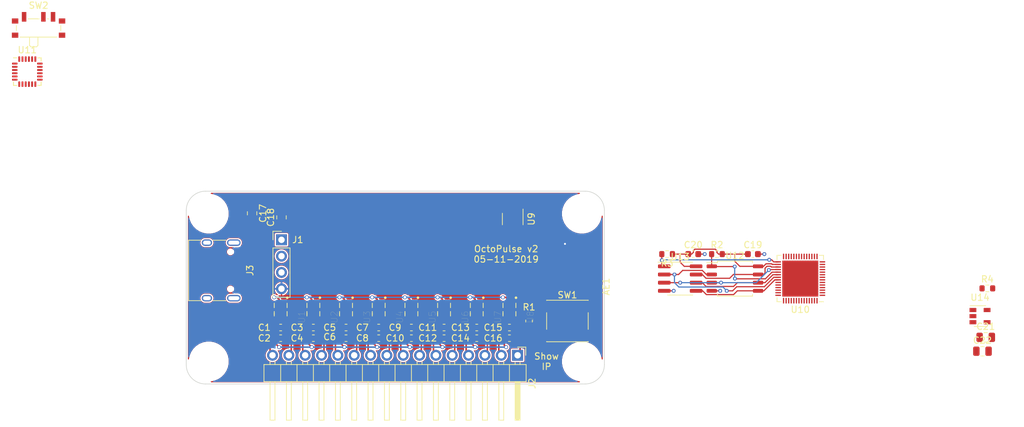
<source format=kicad_pcb>
(kicad_pcb (version 20171130) (host pcbnew "(5.1.9)-1")
  (layers (0 F.Cu signal) (31 B.Cu signal) (34 B.Paste user) (35 F.Paste user) (36 B.SilkS user) (37 F.SilkS user) (38 B.Mask user) (39 F.Mask user) (44 Edge.Cuts user))
  (net 0 "")
  (net 1 GND)
  (net 2 +3V3)
  (net 3 /MOT-7)
  (net 4 /MOT+7)
  (net 5 /MOT-6)
  (net 6 /MOT+6)
  (net 7 /MOT-5)
  (net 8 /MOT+5)
  (net 9 /MOT-4)
  (net 10 /MOT+4)
  (net 11 /MOT-3)
  (net 12 /MOT+3)
  (net 13 /MOT-2)
  (net 14 /MOT+2)
  (net 15 /MOT-1)
  (net 16 /MOT+1)
  (net 17 /MOT-0)
  (net 18 /MOT+0)
  (net 19 /IP_BTN)
  (net 20 VDD)
  (net 21 "Net-(SW2-Pad2)")
  (net 22 /LRA)
  (net 23 /PWM0)
  (net 24 /EN0)
  (net 25 /EN1)
  (net 26 /PWM1)
  (net 27 /EN2)
  (net 28 /PWM2)
  (net 29 /EN3)
  (net 30 /PWM3)
  (net 31 /PWM4)
  (net 32 /EN4)
  (net 33 /EN5)
  (net 34 /PWM5)
  (net 35 /PWM6)
  (net 36 /EN6)
  (net 37 /PWM7)
  (net 38 /EN7)
  (net 39 /VDD_SPI)
  (net 40 /VBAT)
  (net 41 "Net-(C22-Pad1)")
  (net 42 /SPICS0)
  (net 43 /SPICS1)
  (net 44 "Net-(R4-Pad1)")
  (net 45 /SPIHD)
  (net 46 /SPIWP)
  (net 47 /SPICLK)
  (net 48 /SPIQ)
  (net 49 /SPID)
  (net 50 "Net-(AE1-Pad1)")
  (net 51 "Net-(J3-PadS1)")
  (net 52 "Net-(J3-PadA1)")
  (net 53 "Net-(J3-PadA4)")
  (module Capacitor_SMD:C_0603_1608Metric (layer F.Cu) (at 62.738 45.72)
    (fp_text reference C15 (at -2.54 0) (layer F.SilkS))
    (fp_text value 100n)
    (pad 1 smd roundrect (at -0.7875 0) (size 0.875 0.95) (layers F.Cu F.Paste F.Mask) (net 20 VDD))
    (pad 2 smd roundrect (at 0.7875 0) (size 0.875 0.95) (layers F.Cu F.Paste F.Mask) (net 1 GND))
  )
  (module Capacitor_SMD:C_0805_2012Metric (layer F.Cu) (at 22.733 27.94 270)
    (fp_text reference C17 (at 0 -1.68 90) (layer F.SilkS))
    (fp_text value 22u)
    (pad 1 smd roundrect (at -0.95 0 270) (size 1 1.45) (layers F.Cu F.Paste F.Mask) (net 2 +3V3))
    (pad 2 smd roundrect (at 0.95 0 270) (size 1 1.45) (layers F.Cu F.Paste F.Mask) (net 1 GND))
  )
  (module Capacitor_SMD:C_0805_2012Metric (layer F.Cu) (at 27.305 28.575 90)
    (fp_text reference C18 (at 0 -1.68 90) (layer F.SilkS))
    (fp_text value 10u)
    (pad 2 smd roundrect (at 0.95 0 90) (size 1 1.45) (layers F.Cu F.Paste F.Mask) (net 1 GND))
    (pad 1 smd roundrect (at -0.95 0 90) (size 1 1.45) (layers F.Cu F.Paste F.Mask) (net 20 VDD))
  )
  (module Resistor_SMD:R_0603_1608Metric (layer F.Cu) (at 65.786 44.704 270)
    (fp_text reference R1 (at -2.159 0) (layer F.SilkS))
    (fp_text value 10K)
    (pad 2 smd roundrect (at 0.7875 0 270) (size 0.875 0.95) (layers F.Cu F.Paste F.Mask) (net 19 /IP_BTN))
    (pad 1 smd roundrect (at -0.7875 0 270) (size 0.875 0.95) (layers F.Cu F.Paste F.Mask) (net 2 +3V3))
  )
  (module Capacitor_SMD:C_0603_1608Metric (layer F.Cu) (at 32.258 45.72)
    (fp_text reference C3 (at -2.54 0) (layer F.SilkS))
    (fp_text value 100n)
    (pad 2 smd roundrect (at 0.7875 0) (size 0.875 0.95) (layers F.Cu F.Paste F.Mask) (net 1 GND))
    (pad 1 smd roundrect (at -0.7875 0) (size 0.875 0.95) (layers F.Cu F.Paste F.Mask) (net 20 VDD))
  )
  (module RPi_Hat:RPi_Hat_Mounting_Hole (layer F.Cu) (at 16 51)
    (fp_text reference "" hide)
    (fp_text value "" hide)
    (pad "" np_thru_hole circle (at 0 0) (size 2.75 2.75) (drill 2.75) (layers *.Cu *.Mask) (clearance 1.725))
  )
  (module RPi_Hat:RPi_Hat_Mounting_Hole (layer F.Cu) (at 74 28)
    (fp_text reference "" hide)
    (fp_text value "" hide)
    (pad "" np_thru_hole circle (at 0 0) (size 2.75 2.75) (drill 2.75) (layers *.Cu *.Mask) (clearance 1.725))
  )
  (module RPi_Hat:RPi_Hat_Mounting_Hole (layer F.Cu) (at 74 51)
    (fp_text reference "" hide)
    (fp_text value "" hide)
    (pad "" np_thru_hole circle (at 0 0) (size 2.75 2.75) (drill 2.75) (layers *.Cu *.Mask) (clearance 1.725))
  )
  (module RPi_Hat:RPi_Hat_Mounting_Hole (layer F.Cu) (at 16 28)
    (fp_text reference "" hide)
    (fp_text value "" hide)
    (pad "" np_thru_hole circle (at 0 0) (size 2.75 2.75) (drill 2.75) (layers *.Cu *.Mask) (clearance 1.725))
  )
  (module Capacitor_SMD:C_0603_1608Metric (layer F.Cu) (at 27.178 45.72)
    (fp_text reference C1 (at -2.54 0) (layer F.SilkS))
    (fp_text value 100n)
    (pad 2 smd roundrect (at 0.7875 0) (size 0.875 0.95) (layers F.Cu F.Paste F.Mask) (net 1 GND))
    (pad 1 smd roundrect (at -0.7875 0) (size 0.875 0.95) (layers F.Cu F.Paste F.Mask) (net 20 VDD))
  )
  (module Capacitor_SMD:C_0603_1608Metric (layer F.Cu) (at 27.178 47.371)
    (fp_text reference C2 (at -2.54 0) (layer F.SilkS))
    (fp_text value 1u)
    (pad 1 smd roundrect (at -0.7875 0) (size 0.875 0.95) (layers F.Cu F.Paste F.Mask) (net 20 VDD))
    (pad 2 smd roundrect (at 0.7875 0) (size 0.875 0.95) (layers F.Cu F.Paste F.Mask) (net 1 GND))
  )
  (module Capacitor_SMD:C_0603_1608Metric (layer F.Cu) (at 32.258 47.371)
    (fp_text reference C4 (at -2.54 0) (layer F.SilkS))
    (fp_text value 1u)
    (pad 2 smd roundrect (at 0.7875 0) (size 0.875 0.95) (layers F.Cu F.Paste F.Mask) (net 1 GND))
    (pad 1 smd roundrect (at -0.7875 0) (size 0.875 0.95) (layers F.Cu F.Paste F.Mask) (net 20 VDD))
  )
  (module Capacitor_SMD:C_0603_1608Metric (layer F.Cu) (at 37.338 45.72)
    (fp_text reference C5 (at -2.54 0) (layer F.SilkS))
    (fp_text value 100n)
    (pad 2 smd roundrect (at 0.7875 0) (size 0.875 0.95) (layers F.Cu F.Paste F.Mask) (net 1 GND))
    (pad 1 smd roundrect (at -0.7875 0) (size 0.875 0.95) (layers F.Cu F.Paste F.Mask) (net 20 VDD))
  )
  (module Capacitor_SMD:C_0603_1608Metric (layer F.Cu) (at 37.338 47.371)
    (fp_text reference C6 (at -2.54 -0.195) (layer F.SilkS))
    (fp_text value 1u)
    (pad 1 smd roundrect (at -0.7875 0) (size 0.875 0.95) (layers F.Cu F.Paste F.Mask) (net 20 VDD))
    (pad 2 smd roundrect (at 0.7875 0) (size 0.875 0.95) (layers F.Cu F.Paste F.Mask) (net 1 GND))
  )
  (module Capacitor_SMD:C_0603_1608Metric (layer F.Cu) (at 42.418 45.72)
    (fp_text reference C7 (at -2.54 0) (layer F.SilkS))
    (fp_text value 100n)
    (pad 1 smd roundrect (at -0.7875 0) (size 0.875 0.95) (layers F.Cu F.Paste F.Mask) (net 20 VDD))
    (pad 2 smd roundrect (at 0.7875 0) (size 0.875 0.95) (layers F.Cu F.Paste F.Mask) (net 1 GND))
  )
  (module Capacitor_SMD:C_0603_1608Metric (layer F.Cu) (at 42.418 47.371)
    (fp_text reference C8 (at -2.54 0) (layer F.SilkS))
    (fp_text value 1u)
    (pad 1 smd roundrect (at -0.7875 0) (size 0.875 0.95) (layers F.Cu F.Paste F.Mask) (net 20 VDD))
    (pad 2 smd roundrect (at 0.7875 0) (size 0.875 0.95) (layers F.Cu F.Paste F.Mask) (net 1 GND))
  )
  (module Capacitor_SMD:C_0603_1608Metric (layer F.Cu) (at 47.498 45.72)
    (fp_text reference C9 (at -2.54 0) (layer F.SilkS))
    (fp_text value 100n)
    (pad 2 smd roundrect (at 0.7875 0) (size 0.875 0.95) (layers F.Cu F.Paste F.Mask) (net 1 GND))
    (pad 1 smd roundrect (at -0.7875 0) (size 0.875 0.95) (layers F.Cu F.Paste F.Mask) (net 20 VDD))
  )
  (module Capacitor_SMD:C_0603_1608Metric (layer F.Cu) (at 47.498 47.371)
    (fp_text reference C10 (at -2.54 0) (layer F.SilkS))
    (fp_text value 1u)
    (pad 1 smd roundrect (at -0.7875 0) (size 0.875 0.95) (layers F.Cu F.Paste F.Mask) (net 20 VDD))
    (pad 2 smd roundrect (at 0.7875 0) (size 0.875 0.95) (layers F.Cu F.Paste F.Mask) (net 1 GND))
  )
  (module Capacitor_SMD:C_0603_1608Metric (layer F.Cu) (at 52.578 45.72)
    (fp_text reference C11 (at -2.54 0) (layer F.SilkS))
    (fp_text value 100n)
    (pad 2 smd roundrect (at 0.7875 0) (size 0.875 0.95) (layers F.Cu F.Paste F.Mask) (net 1 GND))
    (pad 1 smd roundrect (at -0.7875 0) (size 0.875 0.95) (layers F.Cu F.Paste F.Mask) (net 20 VDD))
  )
  (module Capacitor_SMD:C_0603_1608Metric (layer F.Cu) (at 52.578 47.371)
    (fp_text reference C12 (at -2.54 0) (layer F.SilkS))
    (fp_text value 1u)
    (pad 2 smd roundrect (at 0.7875 0) (size 0.875 0.95) (layers F.Cu F.Paste F.Mask) (net 1 GND))
    (pad 1 smd roundrect (at -0.7875 0) (size 0.875 0.95) (layers F.Cu F.Paste F.Mask) (net 20 VDD))
  )
  (module Capacitor_SMD:C_0603_1608Metric (layer F.Cu) (at 57.658 45.72)
    (fp_text reference C13 (at -2.54 0) (layer F.SilkS))
    (fp_text value 100n)
    (pad 2 smd roundrect (at 0.7875 0) (size 0.875 0.95) (layers F.Cu F.Paste F.Mask) (net 1 GND))
    (pad 1 smd roundrect (at -0.7875 0) (size 0.875 0.95) (layers F.Cu F.Paste F.Mask) (net 20 VDD))
  )
  (module Capacitor_SMD:C_0603_1608Metric (layer F.Cu) (at 57.658 47.371)
    (fp_text reference C14 (at -2.54 0) (layer F.SilkS))
    (fp_text value 1u)
    (pad 1 smd roundrect (at -0.7875 0) (size 0.875 0.95) (layers F.Cu F.Paste F.Mask) (net 20 VDD))
    (pad 2 smd roundrect (at 0.7875 0) (size 0.875 0.95) (layers F.Cu F.Paste F.Mask) (net 1 GND))
  )
  (module Capacitor_SMD:C_0603_1608Metric (layer F.Cu) (at 62.738 47.371)
    (fp_text reference C16 (at -2.54 0) (layer F.SilkS))
    (fp_text value 1u)
    (pad 2 smd roundrect (at 0.7875 0) (size 0.875 0.95) (layers F.Cu F.Paste F.Mask) (net 1 GND))
    (pad 1 smd roundrect (at -0.7875 0) (size 0.875 0.95) (layers F.Cu F.Paste F.Mask) (net 20 VDD))
  )
  (module Connector_PinHeader_2.54mm:PinHeader_1x04_P2.54mm_Vertical (layer F.Cu) (at 27.305 32.0675)
    (fp_text reference J1 (at 2.54 0) (layer F.SilkS))
    (fp_text value Conn_01x04_Male)
    (pad 1 thru_hole rect (at 0 0) (size 1.7 1.7) (drill 1) (layers *.Cu *.Mask))
    (pad 2 thru_hole oval (at 0 2.54) (size 1.7 1.7) (drill 1) (layers *.Cu *.Mask))
    (pad 3 thru_hole oval (at 0 5.08) (size 1.7 1.7) (drill 1) (layers *.Cu *.Mask) (net 2 +3V3))
    (pad 4 thru_hole oval (at 0 7.62) (size 1.7 1.7) (drill 1) (layers *.Cu *.Mask) (net 1 GND))
  )
  (module Connector_PinHeader_2.54mm:PinHeader_1x16_P2.54mm_Horizontal (layer F.Cu) (at 64.008 50.038 270)
    (fp_text reference J2 (at 4.385 -2.27 270) (layer F.SilkS))
    (fp_text value Conn_01x16_Male)
    (pad 1 thru_hole rect (at 0 0 270) (size 1.7 1.7) (drill 1) (layers *.Cu *.Mask) (net 4 /MOT+7))
    (pad 2 thru_hole oval (at 0 2.54 270) (size 1.7 1.7) (drill 1) (layers *.Cu *.Mask) (net 3 /MOT-7))
    (pad 3 thru_hole oval (at 0 5.08 270) (size 1.7 1.7) (drill 1) (layers *.Cu *.Mask) (net 6 /MOT+6))
    (pad 4 thru_hole oval (at 0 7.62 270) (size 1.7 1.7) (drill 1) (layers *.Cu *.Mask) (net 5 /MOT-6))
    (pad 5 thru_hole oval (at 0 10.16 270) (size 1.7 1.7) (drill 1) (layers *.Cu *.Mask) (net 8 /MOT+5))
    (pad 6 thru_hole oval (at 0 12.7 270) (size 1.7 1.7) (drill 1) (layers *.Cu *.Mask) (net 7 /MOT-5))
    (pad 7 thru_hole oval (at 0 15.24 270) (size 1.7 1.7) (drill 1) (layers *.Cu *.Mask) (net 10 /MOT+4))
    (pad 8 thru_hole oval (at 0 17.78 270) (size 1.7 1.7) (drill 1) (layers *.Cu *.Mask) (net 9 /MOT-4))
    (pad 9 thru_hole oval (at 0 20.32 270) (size 1.7 1.7) (drill 1) (layers *.Cu *.Mask) (net 12 /MOT+3))
    (pad 10 thru_hole oval (at 0 22.86 270) (size 1.7 1.7) (drill 1) (layers *.Cu *.Mask) (net 11 /MOT-3))
    (pad 11 thru_hole oval (at 0 25.4 270) (size 1.7 1.7) (drill 1) (layers *.Cu *.Mask) (net 14 /MOT+2))
    (pad 12 thru_hole oval (at 0 27.94 270) (size 1.7 1.7) (drill 1) (layers *.Cu *.Mask) (net 13 /MOT-2))
    (pad 13 thru_hole oval (at 0 30.48 270) (size 1.7 1.7) (drill 1) (layers *.Cu *.Mask) (net 16 /MOT+1))
    (pad 14 thru_hole oval (at 0 33.02 270) (size 1.7 1.7) (drill 1) (layers *.Cu *.Mask) (net 15 /MOT-1))
    (pad 15 thru_hole oval (at 0 35.56 270) (size 1.7 1.7) (drill 1) (layers *.Cu *.Mask) (net 18 /MOT+0))
    (pad 16 thru_hole oval (at 0 38.1 270) (size 1.7 1.7) (drill 1) (layers *.Cu *.Mask) (net 17 /MOT-0))
  )
  (module Button_Switch_SMD:SW_SPST_PTS645 (layer F.Cu) (at 71.755 44.704)
    (fp_text reference SW1 (at 0 -4.05) (layer F.SilkS))
    (fp_text value SW_Push)
    (pad 2 smd rect (at -3.98 2.25) (size 1.55 1.3) (layers F.Cu F.Paste F.Mask) (net 19 /IP_BTN))
    (pad 1 smd rect (at -3.98 -2.25) (size 1.55 1.3) (layers F.Cu F.Paste F.Mask) (net 1 GND))
    (pad 1 smd rect (at 3.98 -2.25) (size 1.55 1.3) (layers F.Cu F.Paste F.Mask) (net 1 GND))
    (pad 2 smd rect (at 3.98 2.25) (size 1.55 1.3) (layers F.Cu F.Paste F.Mask) (net 19 /IP_BTN))
  )
  (module Button_Switch_SMD:SW_SPDT_PCM12 (layer F.Cu) (at -10.459999 -1.207999)
    (fp_text reference SW2 (at 0 -3.2) (layer F.SilkS))
    (fp_text value SW_SPDT)
    (pad "" np_thru_hole circle (at -1.5 0.33) (size 0.9 0.9) (drill 0.9) (layers *.Cu *.Mask))
    (pad "" np_thru_hole circle (at 1.5 0.33) (size 0.9 0.9) (drill 0.9) (layers *.Cu *.Mask))
    (pad 1 smd rect (at -2.25 -1.43) (size 0.7 1.5) (layers F.Cu F.Paste F.Mask) (net 20 VDD))
    (pad 2 smd rect (at 0.75 -1.43) (size 0.7 1.5) (layers F.Cu F.Paste F.Mask) (net 21 "Net-(SW2-Pad2)"))
    (pad 3 smd rect (at 2.25 -1.43) (size 0.7 1.5) (layers F.Cu F.Paste F.Mask) (net 1 GND))
    (pad "" smd rect (at -3.65 1.43) (size 1 0.8) (layers F.Cu F.Paste F.Mask))
    (pad "" smd rect (at 3.65 1.43) (size 1 0.8) (layers F.Cu F.Paste F.Mask))
    (pad "" smd rect (at 3.65 -0.78) (size 1 0.8) (layers F.Cu F.Paste F.Mask))
    (pad "" smd rect (at -3.65 -0.78) (size 1 0.8) (layers F.Cu F.Paste F.Mask))
  )
  (module DRV2603:QFN50P200X200X80-10N (layer F.Cu) (at 27.178 42.926 270)
    (fp_text reference U1 (at 1.167555 -3.257145 90) (layer F.SilkS) (effects (font (size 1.002197 1.002197) (thickness 0.015))))
    (fp_text value DRV2603)
    (pad 9 smd rect (at 0.885 -0.75 270) (size 0.96 0.27) (layers F.Cu F.Paste F.Mask) (net 18 /MOT+0))
    (pad 8 smd rect (at 0.885 -0.25 270) (size 0.96 0.27) (layers F.Cu F.Paste F.Mask) (net 1 GND))
    (pad 7 smd rect (at 0.885 0.25 270) (size 0.96 0.27) (layers F.Cu F.Paste F.Mask) (net 20 VDD))
    (pad 6 smd rect (at 0.885 0.75 270) (size 0.96 0.27) (layers F.Cu F.Paste F.Mask) (net 17 /MOT-0))
    (pad 4 smd rect (at -0.885 0.75 270) (size 0.96 0.27) (layers F.Cu F.Paste F.Mask))
    (pad 3 smd rect (at -0.885 0.25 270) (size 0.96 0.27) (layers F.Cu F.Paste F.Mask) (net 22 /LRA))
    (pad 2 smd rect (at -0.885 -0.25 270) (size 0.96 0.27) (layers F.Cu F.Paste F.Mask) (net 23 /PWM0))
    (pad 1 smd rect (at -0.885 -0.75 270) (size 0.96 0.27) (layers F.Cu F.Paste F.Mask) (net 24 /EN0))
    (pad 10 smd rect (at 0 -0.885 270) (size 0.27 0.96) (layers F.Cu F.Paste F.Mask) (net 1 GND))
    (pad 5 smd rect (at 0 0.885 270) (size 0.27 0.96) (layers F.Cu F.Paste F.Mask) (net 1 GND))
  )
  (module DRV2603:QFN50P200X200X80-10N (layer F.Cu) (at 32.258 42.926 270)
    (fp_text reference U2 (at 1.167555 -3.257145 90) (layer F.SilkS) (effects (font (size 1.002197 1.002197) (thickness 0.015))))
    (fp_text value DRV2603)
    (pad 5 smd rect (at 0 0.885 270) (size 0.27 0.96) (layers F.Cu F.Paste F.Mask) (net 1 GND))
    (pad 10 smd rect (at 0 -0.885 270) (size 0.27 0.96) (layers F.Cu F.Paste F.Mask) (net 1 GND))
    (pad 1 smd rect (at -0.885 -0.75 270) (size 0.96 0.27) (layers F.Cu F.Paste F.Mask) (net 25 /EN1))
    (pad 2 smd rect (at -0.885 -0.25 270) (size 0.96 0.27) (layers F.Cu F.Paste F.Mask) (net 26 /PWM1))
    (pad 3 smd rect (at -0.885 0.25 270) (size 0.96 0.27) (layers F.Cu F.Paste F.Mask) (net 22 /LRA))
    (pad 4 smd rect (at -0.885 0.75 270) (size 0.96 0.27) (layers F.Cu F.Paste F.Mask))
    (pad 6 smd rect (at 0.885 0.75 270) (size 0.96 0.27) (layers F.Cu F.Paste F.Mask) (net 15 /MOT-1))
    (pad 7 smd rect (at 0.885 0.25 270) (size 0.96 0.27) (layers F.Cu F.Paste F.Mask) (net 20 VDD))
    (pad 8 smd rect (at 0.885 -0.25 270) (size 0.96 0.27) (layers F.Cu F.Paste F.Mask) (net 1 GND))
    (pad 9 smd rect (at 0.885 -0.75 270) (size 0.96 0.27) (layers F.Cu F.Paste F.Mask) (net 16 /MOT+1))
  )
  (module DRV2603:QFN50P200X200X80-10N (layer F.Cu) (at 37.338 42.926 270)
    (fp_text reference U3 (at 1.167555 -3.257145 90) (layer F.SilkS) (effects (font (size 1.002197 1.002197) (thickness 0.015))))
    (fp_text value DRV2603)
    (pad 5 smd rect (at 0 0.885 270) (size 0.27 0.96) (layers F.Cu F.Paste F.Mask) (net 1 GND))
    (pad 10 smd rect (at 0 -0.885 270) (size 0.27 0.96) (layers F.Cu F.Paste F.Mask) (net 1 GND))
    (pad 1 smd rect (at -0.885 -0.75 270) (size 0.96 0.27) (layers F.Cu F.Paste F.Mask) (net 27 /EN2))
    (pad 2 smd rect (at -0.885 -0.25 270) (size 0.96 0.27) (layers F.Cu F.Paste F.Mask) (net 28 /PWM2))
    (pad 3 smd rect (at -0.885 0.25 270) (size 0.96 0.27) (layers F.Cu F.Paste F.Mask) (net 22 /LRA))
    (pad 4 smd rect (at -0.885 0.75 270) (size 0.96 0.27) (layers F.Cu F.Paste F.Mask))
    (pad 6 smd rect (at 0.885 0.75 270) (size 0.96 0.27) (layers F.Cu F.Paste F.Mask) (net 13 /MOT-2))
    (pad 7 smd rect (at 0.885 0.25 270) (size 0.96 0.27) (layers F.Cu F.Paste F.Mask) (net 20 VDD))
    (pad 8 smd rect (at 0.885 -0.25 270) (size 0.96 0.27) (layers F.Cu F.Paste F.Mask) (net 1 GND))
    (pad 9 smd rect (at 0.885 -0.75 270) (size 0.96 0.27) (layers F.Cu F.Paste F.Mask) (net 14 /MOT+2))
  )
  (module DRV2603:QFN50P200X200X80-10N (layer F.Cu) (at 42.418 42.926 270)
    (fp_text reference U4 (at 1.167555 -3.257145 90) (layer F.SilkS) (effects (font (size 1.002197 1.002197) (thickness 0.015))))
    (fp_text value DRV2603)
    (pad 5 smd rect (at 0 0.885 270) (size 0.27 0.96) (layers F.Cu F.Paste F.Mask) (net 1 GND))
    (pad 10 smd rect (at 0 -0.885 270) (size 0.27 0.96) (layers F.Cu F.Paste F.Mask) (net 1 GND))
    (pad 1 smd rect (at -0.885 -0.75 270) (size 0.96 0.27) (layers F.Cu F.Paste F.Mask) (net 29 /EN3))
    (pad 2 smd rect (at -0.885 -0.25 270) (size 0.96 0.27) (layers F.Cu F.Paste F.Mask) (net 30 /PWM3))
    (pad 3 smd rect (at -0.885 0.25 270) (size 0.96 0.27) (layers F.Cu F.Paste F.Mask) (net 22 /LRA))
    (pad 4 smd rect (at -0.885 0.75 270) (size 0.96 0.27) (layers F.Cu F.Paste F.Mask))
    (pad 6 smd rect (at 0.885 0.75 270) (size 0.96 0.27) (layers F.Cu F.Paste F.Mask) (net 11 /MOT-3))
    (pad 7 smd rect (at 0.885 0.25 270) (size 0.96 0.27) (layers F.Cu F.Paste F.Mask) (net 20 VDD))
    (pad 8 smd rect (at 0.885 -0.25 270) (size 0.96 0.27) (layers F.Cu F.Paste F.Mask) (net 1 GND))
    (pad 9 smd rect (at 0.885 -0.75 270) (size 0.96 0.27) (layers F.Cu F.Paste F.Mask) (net 12 /MOT+3))
  )
  (module DRV2603:QFN50P200X200X80-10N (layer F.Cu) (at 47.498 42.926 270)
    (fp_text reference U5 (at 1.167555 -3.257145 90) (layer F.SilkS) (effects (font (size 1.002197 1.002197) (thickness 0.015))))
    (fp_text value DRV2603)
    (pad 9 smd rect (at 0.885 -0.75 270) (size 0.96 0.27) (layers F.Cu F.Paste F.Mask) (net 10 /MOT+4))
    (pad 8 smd rect (at 0.885 -0.25 270) (size 0.96 0.27) (layers F.Cu F.Paste F.Mask) (net 1 GND))
    (pad 7 smd rect (at 0.885 0.25 270) (size 0.96 0.27) (layers F.Cu F.Paste F.Mask) (net 20 VDD))
    (pad 6 smd rect (at 0.885 0.75 270) (size 0.96 0.27) (layers F.Cu F.Paste F.Mask) (net 9 /MOT-4))
    (pad 4 smd rect (at -0.885 0.75 270) (size 0.96 0.27) (layers F.Cu F.Paste F.Mask))
    (pad 3 smd rect (at -0.885 0.25 270) (size 0.96 0.27) (layers F.Cu F.Paste F.Mask) (net 22 /LRA))
    (pad 2 smd rect (at -0.885 -0.25 270) (size 0.96 0.27) (layers F.Cu F.Paste F.Mask) (net 31 /PWM4))
    (pad 1 smd rect (at -0.885 -0.75 270) (size 0.96 0.27) (layers F.Cu F.Paste F.Mask) (net 32 /EN4))
    (pad 10 smd rect (at 0 -0.885 270) (size 0.27 0.96) (layers F.Cu F.Paste F.Mask) (net 1 GND))
    (pad 5 smd rect (at 0 0.885 270) (size 0.27 0.96) (layers F.Cu F.Paste F.Mask) (net 1 GND))
  )
  (module DRV2603:QFN50P200X200X80-10N (layer F.Cu) (at 52.578 42.926 270)
    (fp_text reference U6 (at 1.167555 -3.257145 90) (layer F.SilkS) (effects (font (size 1.002197 1.002197) (thickness 0.015))))
    (fp_text value DRV2603)
    (pad 5 smd rect (at 0 0.885 270) (size 0.27 0.96) (layers F.Cu F.Paste F.Mask) (net 1 GND))
    (pad 10 smd rect (at 0 -0.885 270) (size 0.27 0.96) (layers F.Cu F.Paste F.Mask) (net 1 GND))
    (pad 1 smd rect (at -0.885 -0.75 270) (size 0.96 0.27) (layers F.Cu F.Paste F.Mask) (net 33 /EN5))
    (pad 2 smd rect (at -0.885 -0.25 270) (size 0.96 0.27) (layers F.Cu F.Paste F.Mask) (net 34 /PWM5))
    (pad 3 smd rect (at -0.885 0.25 270) (size 0.96 0.27) (layers F.Cu F.Paste F.Mask) (net 22 /LRA))
    (pad 4 smd rect (at -0.885 0.75 270) (size 0.96 0.27) (layers F.Cu F.Paste F.Mask))
    (pad 6 smd rect (at 0.885 0.75 270) (size 0.96 0.27) (layers F.Cu F.Paste F.Mask) (net 7 /MOT-5))
    (pad 7 smd rect (at 0.885 0.25 270) (size 0.96 0.27) (layers F.Cu F.Paste F.Mask) (net 20 VDD))
    (pad 8 smd rect (at 0.885 -0.25 270) (size 0.96 0.27) (layers F.Cu F.Paste F.Mask) (net 1 GND))
    (pad 9 smd rect (at 0.885 -0.75 270) (size 0.96 0.27) (layers F.Cu F.Paste F.Mask) (net 8 /MOT+5))
  )
  (module DRV2603:QFN50P200X200X80-10N (layer F.Cu) (at 57.658 42.926 270)
    (fp_text reference U7 (at 1.167555 -3.257145 90) (layer F.SilkS) (effects (font (size 1.002197 1.002197) (thickness 0.015))))
    (fp_text value DRV2603)
    (pad 9 smd rect (at 0.885 -0.75 270) (size 0.96 0.27) (layers F.Cu F.Paste F.Mask) (net 6 /MOT+6))
    (pad 8 smd rect (at 0.885 -0.25 270) (size 0.96 0.27) (layers F.Cu F.Paste F.Mask) (net 1 GND))
    (pad 7 smd rect (at 0.885 0.25 270) (size 0.96 0.27) (layers F.Cu F.Paste F.Mask) (net 20 VDD))
    (pad 6 smd rect (at 0.885 0.75 270) (size 0.96 0.27) (layers F.Cu F.Paste F.Mask) (net 5 /MOT-6))
    (pad 4 smd rect (at -0.885 0.75 270) (size 0.96 0.27) (layers F.Cu F.Paste F.Mask))
    (pad 3 smd rect (at -0.885 0.25 270) (size 0.96 0.27) (layers F.Cu F.Paste F.Mask) (net 22 /LRA))
    (pad 2 smd rect (at -0.885 -0.25 270) (size 0.96 0.27) (layers F.Cu F.Paste F.Mask) (net 35 /PWM6))
    (pad 1 smd rect (at -0.885 -0.75 270) (size 0.96 0.27) (layers F.Cu F.Paste F.Mask) (net 36 /EN6))
    (pad 10 smd rect (at 0 -0.885 270) (size 0.27 0.96) (layers F.Cu F.Paste F.Mask) (net 1 GND))
    (pad 5 smd rect (at 0 0.885 270) (size 0.27 0.96) (layers F.Cu F.Paste F.Mask) (net 1 GND))
  )
  (module DRV2603:QFN50P200X200X80-10N (layer F.Cu) (at 62.738 42.926 270)
    (fp_text reference U8 (at 1.167555 -3.257145 90) (layer F.SilkS) (effects (font (size 1.002197 1.002197) (thickness 0.015))))
    (fp_text value DRV2603)
    (pad 9 smd rect (at 0.885 -0.75 270) (size 0.96 0.27) (layers F.Cu F.Paste F.Mask) (net 4 /MOT+7))
    (pad 8 smd rect (at 0.885 -0.25 270) (size 0.96 0.27) (layers F.Cu F.Paste F.Mask) (net 1 GND))
    (pad 7 smd rect (at 0.885 0.25 270) (size 0.96 0.27) (layers F.Cu F.Paste F.Mask) (net 20 VDD))
    (pad 6 smd rect (at 0.885 0.75 270) (size 0.96 0.27) (layers F.Cu F.Paste F.Mask) (net 3 /MOT-7))
    (pad 4 smd rect (at -0.885 0.75 270) (size 0.96 0.27) (layers F.Cu F.Paste F.Mask))
    (pad 3 smd rect (at -0.885 0.25 270) (size 0.96 0.27) (layers F.Cu F.Paste F.Mask) (net 22 /LRA))
    (pad 2 smd rect (at -0.885 -0.25 270) (size 0.96 0.27) (layers F.Cu F.Paste F.Mask) (net 37 /PWM7))
    (pad 1 smd rect (at -0.885 -0.75 270) (size 0.96 0.27) (layers F.Cu F.Paste F.Mask) (net 38 /EN7))
    (pad 10 smd rect (at 0 -0.885 270) (size 0.27 0.96) (layers F.Cu F.Paste F.Mask) (net 1 GND))
    (pad 5 smd rect (at 0 0.885 270) (size 0.27 0.96) (layers F.Cu F.Paste F.Mask) (net 1 GND))
  )
  (module Package_TO_SOT_SMD:SOT-23-5 (layer F.Cu) (at 63.246 28.829 270)
    (fp_text reference U9 (at 0 -2.9 90) (layer F.SilkS))
    (fp_text value XC6227B331MR)
    (pad 1 smd rect (at -1.1 -0.95 270) (size 1.06 0.65) (layers F.Cu F.Paste F.Mask) (net 20 VDD))
    (pad 2 smd rect (at -1.1 0 270) (size 1.06 0.65) (layers F.Cu F.Paste F.Mask) (net 1 GND))
    (pad 3 smd rect (at -1.1 0.95 270) (size 1.06 0.65) (layers F.Cu F.Paste F.Mask) (net 21 "Net-(SW2-Pad2)"))
    (pad 4 smd rect (at 1.1 0.95 270) (size 1.06 0.65) (layers F.Cu F.Paste F.Mask))
    (pad 5 smd rect (at 1.1 -0.95 270) (size 1.06 0.65) (layers F.Cu F.Paste F.Mask) (net 2 +3V3))
  )
  (module Sensor_Motion:InvenSense_QFN-24_4x4mm_P0.5mm (layer F.Cu) (at -12.209999 5.892001)
    (fp_text reference U11 (at 0 -3.375) (layer F.SilkS))
    (fp_text value MPU-6050)
    (pad 1 smd roundrect (at -1.95 -1.25) (size 0.85 0.3) (layers F.Cu F.Paste F.Mask))
    (pad 2 smd roundrect (at -1.95 -0.75) (size 0.85 0.3) (layers F.Cu F.Paste F.Mask))
    (pad 3 smd roundrect (at -1.95 -0.25) (size 0.85 0.3) (layers F.Cu F.Paste F.Mask))
    (pad 4 smd roundrect (at -1.95 0.25) (size 0.85 0.3) (layers F.Cu F.Paste F.Mask))
    (pad 5 smd roundrect (at -1.95 0.75) (size 0.85 0.3) (layers F.Cu F.Paste F.Mask))
    (pad 6 smd roundrect (at -1.95 1.25) (size 0.85 0.3) (layers F.Cu F.Paste F.Mask))
    (pad 7 smd roundrect (at -1.25 1.95 90) (size 0.85 0.3) (layers F.Cu F.Paste F.Mask))
    (pad 8 smd roundrect (at -0.75 1.95 90) (size 0.85 0.3) (layers F.Cu F.Paste F.Mask))
    (pad 9 smd roundrect (at -0.25 1.95 90) (size 0.85 0.3) (layers F.Cu F.Paste F.Mask))
    (pad 10 smd roundrect (at 0.25 1.95 90) (size 0.85 0.3) (layers F.Cu F.Paste F.Mask))
    (pad 11 smd roundrect (at 0.75 1.95 90) (size 0.85 0.3) (layers F.Cu F.Paste F.Mask))
    (pad 12 smd roundrect (at 1.25 1.95 90) (size 0.85 0.3) (layers F.Cu F.Paste F.Mask))
    (pad 13 smd roundrect (at 1.95 1.25) (size 0.85 0.3) (layers F.Cu F.Paste F.Mask))
    (pad 14 smd roundrect (at 1.95 0.75) (size 0.85 0.3) (layers F.Cu F.Paste F.Mask))
    (pad 15 smd roundrect (at 1.95 0.25) (size 0.85 0.3) (layers F.Cu F.Paste F.Mask))
    (pad 16 smd roundrect (at 1.95 -0.25) (size 0.85 0.3) (layers F.Cu F.Paste F.Mask))
    (pad 17 smd roundrect (at 1.95 -0.75) (size 0.85 0.3) (layers F.Cu F.Paste F.Mask))
    (pad 18 smd roundrect (at 1.95 -1.25) (size 0.85 0.3) (layers F.Cu F.Paste F.Mask))
    (pad 19 smd roundrect (at 1.25 -1.95 90) (size 0.85 0.3) (layers F.Cu F.Paste F.Mask))
    (pad 20 smd roundrect (at 0.75 -1.95 90) (size 0.85 0.3) (layers F.Cu F.Paste F.Mask))
    (pad 21 smd roundrect (at 0.25 -1.95 90) (size 0.85 0.3) (layers F.Cu F.Paste F.Mask))
    (pad 22 smd roundrect (at -0.25 -1.95 90) (size 0.85 0.3) (layers F.Cu F.Paste F.Mask))
    (pad 23 smd roundrect (at -0.75 -1.95 90) (size 0.85 0.3) (layers F.Cu F.Paste F.Mask))
    (pad 24 smd roundrect (at -1.25 -1.95 90) (size 0.85 0.3) (layers F.Cu F.Paste F.Mask))
  )
  (module RF_Antenna:Texas_SWRA117D_2.4GHz_Right (layer F.Cu) (at 71.374 34.798 270)
    (fp_text reference AE1 (at 4.55 -6.41 90) (layer F.SilkS))
    (fp_text value Antenna_Loop)
    (fp_poly (pts (xy 2.45 -2.51) (xy 4.45 -2.51) (xy 4.45 -5.15) (xy 7.15 -5.15) (xy 7.15 -2.51) (xy 9.15 -2.51) (xy 9.15 -5.15) (xy 11.85 -5.15) (xy 11.85 -0.71) (xy 11.35 -0.71) (xy 11.35 -4.65) (xy 9.65 -4.65) (xy 9.65 -2.01) (xy 6.65 -2.01) (xy 6.65 -4.65) (xy 4.95 -4.65) (xy 4.95 -2.01) (xy 1.95 -2.01) (xy 1.95 -4.65) (xy 0.25 -4.65) (xy 0.25 0.25) (xy -0.25 0.25) (xy -0.25 -4.65) (xy -1.65 -4.65) (xy -1.65 0.25) (xy -2.55 0.25) (xy -2.55 0.006785) (xy -2.247583 0.006785) (xy -2.237742 0.054395) (xy -2.213674 0.096797) (xy -2.175731 0.129581) (xy -2.167819 0.133935) (xy -2.125156 0.146043) (xy -2.076637 0.1453) (xy -2.031122 0.1324) (xy -2.012511 0.121787) (xy -1.978868 0.086553) (xy -1.958309 0.041368) (xy -1.951778 -0.008158) (xy -1.960218 -0.056417) (xy -1.977112 -0.088643) (xy -2.012372 -0.121313) (xy -2.057682 -0.141408) (xy -2.107267 -0.147982) (xy -2.155353 -0.140092) (xy -2.188245 -0.123186) (xy -2.223185 -0.086416) (xy -2.242847 -0.041622) (xy -2.247583 0.006785) (xy -2.55 0.006785) (xy -2.55 -5.15) (xy 2.45 -5.15) (xy 2.45 -2.51)) (layer F.Cu) (width 0))
    (pad 2 thru_hole rect (at -2.1 0 270) (size 0.9 0.5) (drill 0.3) (layers *.Cu) (net 1 GND))
    (pad 1 connect rect (at 0 0 270) (size 0.5 0.5) (layers F.Cu) (net 50 "Net-(AE1-Pad1)"))
  )
  (module Capacitor_SMD:C_0603_1608Metric (layer F.Cu) (at 100.584 34.29)
    (fp_text reference C19 (at 0 -1.43) (layer F.SilkS))
    (fp_text value 100n)
    (pad 2 smd roundrect (at 0.775 0) (size 0.9 0.95) (layers F.Cu F.Paste F.Mask) (net 1 GND))
    (pad 1 smd roundrect (at -0.775 0) (size 0.9 0.95) (layers F.Cu F.Paste F.Mask) (net 39 /VDD_SPI))
  )
  (module Capacitor_SMD:C_0603_1608Metric (layer F.Cu) (at 91.313 34.29)
    (fp_text reference C20 (at 0 -1.43) (layer F.SilkS))
    (fp_text value 100n)
    (pad 1 smd roundrect (at -0.775 0) (size 0.9 0.95) (layers F.Cu F.Paste F.Mask) (net 39 /VDD_SPI))
    (pad 2 smd roundrect (at 0.775 0) (size 0.9 0.95) (layers F.Cu F.Paste F.Mask) (net 1 GND))
  )
  (module Capacitor_SMD:C_0805_2012Metric (layer F.Cu) (at 136.779 47.244)
    (fp_text reference C21 (at 0 -1.68) (layer F.SilkS))
    (fp_text value 10u)
    (pad 2 smd roundrect (at 0.95 0) (size 1 1.45) (layers F.Cu F.Paste F.Mask) (net 1 GND))
    (pad 1 smd roundrect (at -0.95 0) (size 1 1.45) (layers F.Cu F.Paste F.Mask) (net 40 /VBAT))
  )
  (module Capacitor_SMD:C_0805_2012Metric (layer F.Cu) (at 136.271 49.403)
    (fp_text reference C22 (at 0 -1.68) (layer F.SilkS))
    (fp_text value 10u)
    (pad 1 smd roundrect (at -0.95 0) (size 1 1.45) (layers F.Cu F.Paste F.Mask) (net 41 "Net-(C22-Pad1)"))
    (pad 2 smd roundrect (at 0.95 0) (size 1 1.45) (layers F.Cu F.Paste F.Mask) (net 1 GND))
  )
  (module Resistor_SMD:R_0603_1608Metric (layer F.Cu) (at 94.996 34.29)
    (fp_text reference R2 (at 0 -1.43) (layer F.SilkS))
    (fp_text value 10K)
    (pad 2 smd roundrect (at 0.825 0) (size 0.8 0.95) (layers F.Cu F.Paste F.Mask) (net 39 /VDD_SPI))
    (pad 1 smd roundrect (at -0.825 0) (size 0.8 0.95) (layers F.Cu F.Paste F.Mask) (net 42 /SPICS0))
  )
  (module Resistor_SMD:R_0603_1608Metric (layer F.Cu) (at 87.249 34.29 180)
    (fp_text reference R3 (at 0 -1.43) (layer F.SilkS))
    (fp_text value 10K)
    (pad 1 smd roundrect (at -0.825 0 180) (size 0.8 0.95) (layers F.Cu F.Paste F.Mask) (net 39 /VDD_SPI))
    (pad 2 smd roundrect (at 0.825 0 180) (size 0.8 0.95) (layers F.Cu F.Paste F.Mask) (net 43 /SPICS1))
  )
  (module Resistor_SMD:R_0603_1608Metric (layer F.Cu) (at 137.033 39.624)
    (fp_text reference R4 (at 0 -1.43) (layer F.SilkS))
    (fp_text value 3.3K)
    (pad 1 smd roundrect (at -0.825 0) (size 0.8 0.95) (layers F.Cu F.Paste F.Mask) (net 44 "Net-(R4-Pad1)"))
    (pad 2 smd roundrect (at 0.825 0) (size 0.8 0.95) (layers F.Cu F.Paste F.Mask) (net 1 GND))
  )
  (module Package_DFN_QFN:QFN-56-1EP_7x7mm_P0.4mm_EP5.6x5.6mm (layer F.Cu) (at 107.95 38.1 180)
    (fp_text reference U10 (at 0 -4.82) (layer F.SilkS))
    (fp_text value ESP32-S2)
    (pad 1 smd roundrect (at -3.4375 -2.6 180) (size 0.875 0.2) (layers F.Cu F.Paste F.Mask) (net 2 +3V3))
    (pad 2 smd roundrect (at -3.4375 -2.2 180) (size 0.875 0.2) (layers F.Cu F.Paste F.Mask) (net 50 "Net-(AE1-Pad1)"))
    (pad 3 smd roundrect (at -3.4375 -1.8 180) (size 0.875 0.2) (layers F.Cu F.Paste F.Mask) (net 2 +3V3))
    (pad 4 smd roundrect (at -3.4375 -1.4 180) (size 0.875 0.2) (layers F.Cu F.Paste F.Mask) (net 2 +3V3))
    (pad 5 smd roundrect (at -3.4375 -1 180) (size 0.875 0.2) (layers F.Cu F.Paste F.Mask))
    (pad 6 smd roundrect (at -3.4375 -0.6 180) (size 0.875 0.2) (layers F.Cu F.Paste F.Mask) (net 35 /PWM6))
    (pad 7 smd roundrect (at -3.4375 -0.2 180) (size 0.875 0.2) (layers F.Cu F.Paste F.Mask) (net 36 /EN6))
    (pad 8 smd roundrect (at -3.4375 0.2 180) (size 0.875 0.2) (layers F.Cu F.Paste F.Mask) (net 37 /PWM7))
    (pad 9 smd roundrect (at -3.4375 0.6 180) (size 0.875 0.2) (layers F.Cu F.Paste F.Mask) (net 38 /EN7))
    (pad 10 smd roundrect (at -3.4375 1 180) (size 0.875 0.2) (layers F.Cu F.Paste F.Mask))
    (pad 11 smd roundrect (at -3.4375 1.4 180) (size 0.875 0.2) (layers F.Cu F.Paste F.Mask))
    (pad 12 smd roundrect (at -3.4375 1.8 180) (size 0.875 0.2) (layers F.Cu F.Paste F.Mask))
    (pad 13 smd roundrect (at -3.4375 2.2 180) (size 0.875 0.2) (layers F.Cu F.Paste F.Mask))
    (pad 14 smd roundrect (at -3.4375 2.6 180) (size 0.875 0.2) (layers F.Cu F.Paste F.Mask))
    (pad 15 smd roundrect (at -2.6 3.4375 180) (size 0.2 0.875) (layers F.Cu F.Paste F.Mask))
    (pad 16 smd roundrect (at -2.2 3.4375 180) (size 0.2 0.875) (layers F.Cu F.Paste F.Mask))
    (pad 17 smd roundrect (at -1.8 3.4375 180) (size 0.2 0.875) (layers F.Cu F.Paste F.Mask))
    (pad 18 smd roundrect (at -1.4 3.4375 180) (size 0.2 0.875) (layers F.Cu F.Paste F.Mask))
    (pad 19 smd roundrect (at -1 3.4375 180) (size 0.2 0.875) (layers F.Cu F.Paste F.Mask))
    (pad 20 smd roundrect (at -0.6 3.4375 180) (size 0.2 0.875) (layers F.Cu F.Paste F.Mask) (net 2 +3V3))
    (pad 21 smd roundrect (at -0.2 3.4375 180) (size 0.2 0.875) (layers F.Cu F.Paste F.Mask))
    (pad 22 smd roundrect (at 0.2 3.4375 180) (size 0.2 0.875) (layers F.Cu F.Paste F.Mask))
    (pad 23 smd roundrect (at 0.6 3.4375 180) (size 0.2 0.875) (layers F.Cu F.Paste F.Mask))
    (pad 24 smd roundrect (at 1 3.4375 180) (size 0.2 0.875) (layers F.Cu F.Paste F.Mask))
    (pad 25 smd roundrect (at 1.4 3.4375 180) (size 0.2 0.875) (layers F.Cu F.Paste F.Mask))
    (pad 26 smd roundrect (at 1.8 3.4375 180) (size 0.2 0.875) (layers F.Cu F.Paste F.Mask))
    (pad 27 smd roundrect (at 2.2 3.4375 180) (size 0.2 0.875) (layers F.Cu F.Paste F.Mask) (net 2 +3V3))
    (pad 28 smd roundrect (at 2.6 3.4375 180) (size 0.2 0.875) (layers F.Cu F.Paste F.Mask) (net 22 /LRA))
    (pad 29 smd roundrect (at 3.4375 2.6 180) (size 0.875 0.2) (layers F.Cu F.Paste F.Mask) (net 43 /SPICS1))
    (pad 30 smd roundrect (at 3.4375 2.2 180) (size 0.875 0.2) (layers F.Cu F.Paste F.Mask) (net 39 /VDD_SPI))
    (pad 31 smd roundrect (at 3.4375 1.8 180) (size 0.875 0.2) (layers F.Cu F.Paste F.Mask) (net 45 /SPIHD))
    (pad 32 smd roundrect (at 3.4375 1.4 180) (size 0.875 0.2) (layers F.Cu F.Paste F.Mask) (net 46 /SPIWP))
    (pad 33 smd roundrect (at 3.4375 1 180) (size 0.875 0.2) (layers F.Cu F.Paste F.Mask) (net 42 /SPICS0))
    (pad 34 smd roundrect (at 3.4375 0.6 180) (size 0.875 0.2) (layers F.Cu F.Paste F.Mask) (net 47 /SPICLK))
    (pad 35 smd roundrect (at 3.4375 0.2 180) (size 0.875 0.2) (layers F.Cu F.Paste F.Mask) (net 48 /SPIQ))
    (pad 36 smd roundrect (at 3.4375 -0.2 180) (size 0.875 0.2) (layers F.Cu F.Paste F.Mask) (net 49 /SPID))
    (pad 37 smd roundrect (at 3.4375 -0.6 180) (size 0.875 0.2) (layers F.Cu F.Paste F.Mask) (net 23 /PWM0))
    (pad 38 smd roundrect (at 3.4375 -1 180) (size 0.875 0.2) (layers F.Cu F.Paste F.Mask) (net 24 /EN0))
    (pad 39 smd roundrect (at 3.4375 -1.4 180) (size 0.875 0.2) (layers F.Cu F.Paste F.Mask) (net 26 /PWM1))
    (pad 40 smd roundrect (at 3.4375 -1.8 180) (size 0.875 0.2) (layers F.Cu F.Paste F.Mask) (net 25 /EN1))
    (pad 41 smd roundrect (at 3.4375 -2.2 180) (size 0.875 0.2) (layers F.Cu F.Paste F.Mask) (net 28 /PWM2))
    (pad 42 smd roundrect (at 3.4375 -2.6 180) (size 0.875 0.2) (layers F.Cu F.Paste F.Mask) (net 27 /EN2))
    (pad 43 smd roundrect (at 2.6 -3.4375 180) (size 0.2 0.875) (layers F.Cu F.Paste F.Mask) (net 30 /PWM3))
    (pad 44 smd roundrect (at 2.2 -3.4375 180) (size 0.2 0.875) (layers F.Cu F.Paste F.Mask) (net 29 /EN3))
    (pad 45 smd roundrect (at 1.8 -3.4375 180) (size 0.2 0.875) (layers F.Cu F.Paste F.Mask) (net 2 +3V3))
    (pad 46 smd roundrect (at 1.4 -3.4375 180) (size 0.2 0.875) (layers F.Cu F.Paste F.Mask) (net 31 /PWM4))
    (pad 47 smd roundrect (at 1 -3.4375 180) (size 0.2 0.875) (layers F.Cu F.Paste F.Mask) (net 32 /EN4))
    (pad 48 smd roundrect (at 0.6 -3.4375 180) (size 0.2 0.875) (layers F.Cu F.Paste F.Mask))
    (pad 49 smd roundrect (at 0.2 -3.4375 180) (size 0.2 0.875) (layers F.Cu F.Paste F.Mask))
    (pad 50 smd roundrect (at -0.2 -3.4375 180) (size 0.2 0.875) (layers F.Cu F.Paste F.Mask) (net 34 /PWM5))
    (pad 51 smd roundrect (at -0.6 -3.4375 180) (size 0.2 0.875) (layers F.Cu F.Paste F.Mask) (net 2 +3V3))
    (pad 52 smd roundrect (at -1 -3.4375 180) (size 0.2 0.875) (layers F.Cu F.Paste F.Mask))
    (pad 53 smd roundrect (at -1.4 -3.4375 180) (size 0.2 0.875) (layers F.Cu F.Paste F.Mask))
    (pad 54 smd roundrect (at -1.8 -3.4375 180) (size 0.2 0.875) (layers F.Cu F.Paste F.Mask) (net 2 +3V3))
    (pad 55 smd roundrect (at -2.2 -3.4375 180) (size 0.2 0.875) (layers F.Cu F.Paste F.Mask) (net 33 /EN5))
    (pad 56 smd roundrect (at -2.6 -3.4375 180) (size 0.2 0.875) (layers F.Cu F.Paste F.Mask))
    (pad 57 smd rect (at 0 0 180) (size 5.6 5.6) (layers F.Cu F.Mask) (net 1 GND))
  )
  (module Package_SO:SOIC-8_5.23x5.23mm_P1.27mm (layer F.Cu) (at 97.79 38.1)
    (fp_text reference U12 (at 0 -3.56) (layer F.SilkS))
    (fp_text value W25Q128JVS)
    (pad 1 smd roundrect (at -3.6 -1.905) (size 1.6 0.6) (layers F.Cu F.Paste F.Mask) (net 42 /SPICS0))
    (pad 2 smd roundrect (at -3.6 -0.635) (size 1.6 0.6) (layers F.Cu F.Paste F.Mask) (net 48 /SPIQ))
    (pad 3 smd roundrect (at -3.6 0.635) (size 1.6 0.6) (layers F.Cu F.Paste F.Mask) (net 46 /SPIWP))
    (pad 4 smd roundrect (at -3.6 1.905) (size 1.6 0.6) (layers F.Cu F.Paste F.Mask) (net 1 GND))
    (pad 5 smd roundrect (at 3.6 1.905) (size 1.6 0.6) (layers F.Cu F.Paste F.Mask) (net 49 /SPID))
    (pad 6 smd roundrect (at 3.6 0.635) (size 1.6 0.6) (layers F.Cu F.Paste F.Mask) (net 47 /SPICLK))
    (pad 7 smd roundrect (at 3.6 -0.635) (size 1.6 0.6) (layers F.Cu F.Paste F.Mask) (net 45 /SPIHD))
    (pad 8 smd roundrect (at 3.6 -1.905) (size 1.6 0.6) (layers F.Cu F.Paste F.Mask) (net 39 /VDD_SPI))
  )
  (module Package_SO:SOIC-8_3.9x4.9mm_P1.27mm (layer F.Cu) (at 89.281 38.1)
    (fp_text reference U13 (at 0 -3.4) (layer F.SilkS))
    (fp_text value ESP-PSRAM32)
    (pad 1 smd roundrect (at -2.475 -1.905) (size 1.95 0.6) (layers F.Cu F.Paste F.Mask) (net 43 /SPICS1))
    (pad 2 smd roundrect (at -2.475 -0.635) (size 1.95 0.6) (layers F.Cu F.Paste F.Mask) (net 48 /SPIQ))
    (pad 3 smd roundrect (at -2.475 0.635) (size 1.95 0.6) (layers F.Cu F.Paste F.Mask) (net 46 /SPIWP))
    (pad 4 smd roundrect (at -2.475 1.905) (size 1.95 0.6) (layers F.Cu F.Paste F.Mask) (net 1 GND))
    (pad 5 smd roundrect (at 2.475 1.905) (size 1.95 0.6) (layers F.Cu F.Paste F.Mask) (net 49 /SPID))
    (pad 6 smd roundrect (at 2.475 0.635) (size 1.95 0.6) (layers F.Cu F.Paste F.Mask) (net 47 /SPICLK))
    (pad 7 smd roundrect (at 2.475 -0.635) (size 1.95 0.6) (layers F.Cu F.Paste F.Mask) (net 45 /SPIHD))
    (pad 8 smd roundrect (at 2.475 -1.905) (size 1.95 0.6) (layers F.Cu F.Paste F.Mask) (net 39 /VDD_SPI))
  )
  (module Package_TO_SOT_SMD:SOT-23-5 (layer F.Cu) (at 135.89 43.942)
    (fp_text reference U14 (at 0 -2.9) (layer F.SilkS))
    (fp_text value TP4054_[C32574])
    (pad 1 smd rect (at -1.1 -0.95) (size 1.06 0.65) (layers F.Cu F.Paste F.Mask))
    (pad 2 smd rect (at -1.1 0) (size 1.06 0.65) (layers F.Cu F.Paste F.Mask) (net 1 GND))
    (pad 3 smd rect (at -1.1 0.95) (size 1.06 0.65) (layers F.Cu F.Paste F.Mask) (net 40 /VBAT))
    (pad 4 smd rect (at 1.1 0.95) (size 1.06 0.65) (layers F.Cu F.Paste F.Mask) (net 41 "Net-(C22-Pad1)"))
    (pad 5 smd rect (at 1.1 -0.95) (size 1.06 0.65) (layers F.Cu F.Paste F.Mask) (net 44 "Net-(R4-Pad1)"))
  )
  (module Connector_USB:USB_C_Receptacle_HRO_TYPE-C-31-M-12 (layer F.Cu) (at 16.764 36.83 270)
    (fp_text reference J3 (at 0 -5.645 90) (layer F.SilkS))
    (fp_text value USB_C_Receptacle_USB2.0)
    (pad S1 thru_hole oval (at 4.32 1.05 270) (size 1 1.6) (drill oval 0.6 1.2) (layers *.Cu *.Mask) (net 51 "Net-(J3-PadS1)"))
    (pad "" np_thru_hole circle (at 2.89 -2.6 270) (size 0.65 0.65) (drill 0.65) (layers *.Cu *.Mask))
    (pad S1 thru_hole oval (at -4.32 1.05 270) (size 1 1.6) (drill oval 0.6 1.2) (layers *.Cu *.Mask) (net 51 "Net-(J3-PadS1)"))
    (pad "" np_thru_hole circle (at -2.89 -2.6 270) (size 0.65 0.65) (drill 0.65) (layers *.Cu *.Mask))
    (pad S1 thru_hole oval (at -4.32 -3.13 270) (size 1 2.1) (drill oval 0.6 1.7) (layers *.Cu *.Mask) (net 51 "Net-(J3-PadS1)"))
    (pad S1 thru_hole oval (at 4.32 -3.13 270) (size 1 2.1) (drill oval 0.6 1.7) (layers *.Cu *.Mask) (net 51 "Net-(J3-PadS1)"))
    (pad A6 smd rect (at -0.25 -4.045 270) (size 0.3 1.45) (layers F.Cu F.Paste F.Mask))
    (pad B5 smd rect (at 1.75 -4.045 270) (size 0.3 1.45) (layers F.Cu F.Paste F.Mask))
    (pad A8 smd rect (at 1.25 -4.045 270) (size 0.3 1.45) (layers F.Cu F.Paste F.Mask))
    (pad B6 smd rect (at 0.75 -4.045 270) (size 0.3 1.45) (layers F.Cu F.Paste F.Mask))
    (pad A7 smd rect (at 0.25 -4.045 270) (size 0.3 1.45) (layers F.Cu F.Paste F.Mask))
    (pad B7 smd rect (at -0.75 -4.045 270) (size 0.3 1.45) (layers F.Cu F.Paste F.Mask))
    (pad A5 smd rect (at -1.25 -4.045 270) (size 0.3 1.45) (layers F.Cu F.Paste F.Mask))
    (pad B8 smd rect (at -1.75 -4.045 270) (size 0.3 1.45) (layers F.Cu F.Paste F.Mask))
    (pad A12 smd rect (at 3.25 -4.045 270) (size 0.6 1.45) (layers F.Cu F.Paste F.Mask) (net 52 "Net-(J3-PadA1)"))
    (pad B4 smd rect (at 2.45 -4.045 270) (size 0.6 1.45) (layers F.Cu F.Paste F.Mask) (net 53 "Net-(J3-PadA4)"))
    (pad A4 smd rect (at -2.45 -4.045 270) (size 0.6 1.45) (layers F.Cu F.Paste F.Mask) (net 53 "Net-(J3-PadA4)"))
    (pad A1 smd rect (at -3.25 -4.045 270) (size 0.6 1.45) (layers F.Cu F.Paste F.Mask) (net 52 "Net-(J3-PadA1)"))
    (pad B12 smd rect (at -3.25 -4.045 270) (size 0.6 1.45) (layers F.Cu F.Paste F.Mask) (net 52 "Net-(J3-PadA1)"))
    (pad B9 smd rect (at -2.45 -4.045 270) (size 0.6 1.45) (layers F.Cu F.Paste F.Mask) (net 53 "Net-(J3-PadA4)"))
    (pad A9 smd rect (at 2.45 -4.045 270) (size 0.6 1.45) (layers F.Cu F.Paste F.Mask) (net 53 "Net-(J3-PadA4)"))
    (pad B1 smd rect (at 3.25 -4.045 270) (size 0.6 1.45) (layers F.Cu F.Paste F.Mask) (net 52 "Net-(J3-PadA1)"))
  )
  (gr_text "Show\nIP" (at 68.5 51) (layer F.SilkS) (effects (font (size 1 1))))
  (gr_text "OctoPulse v2\n05-11-2019" (at 62.23 34.29) (layer F.SilkS) (effects (font (size 1 1))))
  (gr_line (start 12.5 27.5) (end 12.5 51.5) (layer Edge.Cuts) (width 0.1))
  (gr_arc (start 15.5 27.5) (end 12.5 27.5) (angle 90) (layer Edge.Cuts) (width 0.1))
  (gr_line (start 15.5 24.5) (end 74.5 24.5) (angle 90) (layer Edge.Cuts) (width 0.1))
  (gr_arc (start 74.5 27.5) (end 74.5 24.5) (angle 90) (layer Edge.Cuts) (width 0.1))
  (gr_arc (start 74.5 51.5) (end 77.5 51.5) (angle 90) (layer Edge.Cuts) (width 0.1))
  (gr_arc (start 15.5 51.5) (end 15.5 54.5) (angle 90) (layer Edge.Cuts) (width 0.1))
  (gr_line (start 15.5 54.5) (end 74.5 54.5) (angle 90) (layer Edge.Cuts) (width 0.1))
  (gr_line (start 77.5 27.5) (end 77.5 51.5) (angle 90) (layer Edge.Cuts) (width 0.1))
  (segment (start 27.428 45.1825) (end 27.9655 45.72) (width 0.25) (layer F.Cu) (net 1))
  (segment (start 27.428 43.811) (end 27.428 45.1825) (width 0.25) (layer F.Cu) (net 1))
  (segment (start 27.428 43.811) (end 27.428 42.93) (width 0.25) (layer F.Cu) (net 1))
  (segment (start 27.432 42.926) (end 28.063 42.926) (width 0.25) (layer F.Cu) (net 1))
  (segment (start 27.428 42.93) (end 27.432 42.926) (width 0.25) (layer F.Cu) (net 1))
  (segment (start 32.508 45.1825) (end 33.0455 45.72) (width 0.25) (layer F.Cu) (net 1))
  (segment (start 32.508 43.811) (end 32.508 45.1825) (width 0.25) (layer F.Cu) (net 1))
  (segment (start 37.588 45.1825) (end 38.1255 45.72) (width 0.25) (layer F.Cu) (net 1))
  (segment (start 37.588 43.811) (end 37.588 45.1825) (width 0.25) (layer F.Cu) (net 1))
  (segment (start 47.748 45.1825) (end 48.2855 45.72) (width 0.25) (layer F.Cu) (net 1))
  (segment (start 47.748 43.811) (end 47.748 45.1825) (width 0.25) (layer F.Cu) (net 1))
  (segment (start 42.668 45.1825) (end 43.2055 45.72) (width 0.25) (layer F.Cu) (net 1))
  (segment (start 42.668 43.811) (end 42.668 45.1825) (width 0.25) (layer F.Cu) (net 1))
  (segment (start 52.828 45.1825) (end 53.3655 45.72) (width 0.25) (layer F.Cu) (net 1))
  (segment (start 52.828 43.811) (end 52.828 45.1825) (width 0.25) (layer F.Cu) (net 1))
  (segment (start 57.908 45.1825) (end 58.4455 45.72) (width 0.25) (layer F.Cu) (net 1))
  (segment (start 57.908 43.811) (end 57.908 45.1825) (width 0.25) (layer F.Cu) (net 1))
  (segment (start 62.988 45.1825) (end 63.5255 45.72) (width 0.25) (layer F.Cu) (net 1))
  (segment (start 62.988 43.811) (end 62.988 45.1825) (width 0.25) (layer F.Cu) (net 1))
  (via (at 95.504 40.005) (size 0.6) (drill 0.3) (layers F.Cu B.Cu) (net 1))
  (segment (start 94.19 40.005) (end 95.504 40.005) (width 0.1778) (layer F.Cu) (net 1))
  (via (at 88.265 40.005) (size 0.6) (drill 0.3) (layers F.Cu B.Cu) (net 1))
  (segment (start 86.806 40.005) (end 88.265 40.005) (width 0.1778) (layer F.Cu) (net 1))
  (via (at 93.091 34.29) (size 0.6) (drill 0.3) (layers F.Cu B.Cu) (net 1))
  (segment (start 92.088 34.29) (end 93.091 34.29) (width 0.1778) (layer F.Cu) (net 1))
  (via (at 102.362 34.29) (size 0.6) (drill 0.3) (layers F.Cu B.Cu) (net 1))
  (segment (start 101.359 34.29) (end 102.362 34.29) (width 0.1778) (layer F.Cu) (net 1))
  (segment (start 32.008 45.1825) (end 31.4705 45.72) (width 0.25) (layer F.Cu) (net 20))
  (segment (start 32.008 43.811) (end 32.008 45.1825) (width 0.25) (layer F.Cu) (net 20))
  (segment (start 37.088 45.1825) (end 36.5505 45.72) (width 0.25) (layer F.Cu) (net 20))
  (segment (start 37.088 43.811) (end 37.088 45.1825) (width 0.25) (layer F.Cu) (net 20))
  (segment (start 42.168 45.1825) (end 41.6305 45.72) (width 0.25) (layer F.Cu) (net 20))
  (segment (start 42.168 43.811) (end 42.168 45.1825) (width 0.25) (layer F.Cu) (net 20))
  (segment (start 26.928 45.1825) (end 26.3905 45.72) (width 0.25) (layer F.Cu) (net 20))
  (segment (start 26.928 43.811) (end 26.928 45.1825) (width 0.25) (layer F.Cu) (net 20))
  (segment (start 47.248 45.1825) (end 46.7105 45.72) (width 0.25) (layer F.Cu) (net 20))
  (segment (start 47.248 43.811) (end 47.248 45.1825) (width 0.25) (layer F.Cu) (net 20))
  (segment (start 52.328 45.1825) (end 51.7905 45.72) (width 0.25) (layer F.Cu) (net 20))
  (segment (start 52.328 43.811) (end 52.328 45.1825) (width 0.25) (layer F.Cu) (net 20))
  (segment (start 62.488 45.1825) (end 61.9505 45.72) (width 0.25) (layer F.Cu) (net 20))
  (segment (start 62.488 43.811) (end 62.488 45.1825) (width 0.25) (layer F.Cu) (net 20))
  (segment (start 61.9505 45.72) (end 61.9505 47.371) (width 0.25) (layer F.Cu) (net 20))
  (segment (start 56.8705 45.72) (end 56.8705 47.371) (width 0.25) (layer F.Cu) (net 20))
  (segment (start 57.408 45.1825) (end 56.8705 45.72) (width 0.25) (layer F.Cu) (net 20))
  (segment (start 57.408 43.811) (end 57.408 45.1825) (width 0.25) (layer F.Cu) (net 20))
  (segment (start 51.7905 45.72) (end 51.7905 47.371) (width 0.25) (layer F.Cu) (net 20))
  (segment (start 46.7105 45.72) (end 46.7105 47.371) (width 0.25) (layer F.Cu) (net 20))
  (segment (start 41.6305 45.72) (end 41.6305 47.371) (width 0.25) (layer F.Cu) (net 20))
  (segment (start 36.5505 45.72) (end 36.5505 47.371) (width 0.25) (layer F.Cu) (net 20))
  (segment (start 31.4705 45.72) (end 31.4705 47.371) (width 0.25) (layer F.Cu) (net 20))
  (segment (start 26.3905 45.72) (end 26.3905 47.371) (width 0.25) (layer F.Cu) (net 20))
  (segment (start 31.4705 48.2345) (end 32.004 48.768) (width 0.25) (layer F.Cu) (net 20))
  (segment (start 31.4705 47.371) (end 31.4705 48.2345) (width 0.25) (layer F.Cu) (net 20))
  (via (at 32.004 48.768) (size 0.6) (drill 0.4) (layers F.Cu B.Cu) (net 20))
  (segment (start 32.004 48.768) (end 27.178 48.768) (width 0.25) (layer B.Cu) (net 20))
  (via (at 26.924 48.768) (size 0.6) (drill 0.4) (layers F.Cu B.Cu) (net 20))
  (segment (start 26.3905 47.371) (end 26.3905 48.2345) (width 0.25) (layer F.Cu) (net 20))
  (segment (start 26.3905 48.2345) (end 26.924 48.768) (width 0.25) (layer F.Cu) (net 20))
  (segment (start 27.178 48.768) (end 26.924 48.768) (width 0.25) (layer B.Cu) (net 20))
  (segment (start 37.338 48.768) (end 37.084 48.768) (width 0.25) (layer B.Cu) (net 20))
  (segment (start 36.5505 48.2345) (end 37.084 48.768) (width 0.25) (layer F.Cu) (net 20))
  (via (at 37.084 48.768) (size 0.6) (drill 0.4) (layers F.Cu B.Cu) (net 20))
  (segment (start 32.004 48.768) (end 37.338 48.768) (width 0.25) (layer B.Cu) (net 20))
  (segment (start 36.5505 47.371) (end 36.5505 48.2345) (width 0.25) (layer F.Cu) (net 20))
  (segment (start 37.338 48.768) (end 42.164 48.768) (width 0.25) (layer B.Cu) (net 20))
  (segment (start 41.6305 48.2345) (end 42.164 48.768) (width 0.25) (layer F.Cu) (net 20))
  (segment (start 41.6305 47.371) (end 41.6305 48.2345) (width 0.25) (layer F.Cu) (net 20))
  (via (at 42.164 48.768) (size 0.6) (drill 0.4) (layers F.Cu B.Cu) (net 20))
  (segment (start 46.7105 47.371) (end 46.7105 48.234508) (width 0.25) (layer F.Cu) (net 20))
  (via (at 47.243996 48.768004) (size 0.6) (drill 0.4) (layers F.Cu B.Cu) (net 20))
  (segment (start 46.7105 48.234508) (end 47.243996 48.768004) (width 0.25) (layer F.Cu) (net 20))
  (segment (start 42.164 48.768) (end 47.243992 48.768) (width 0.25) (layer B.Cu) (net 20))
  (segment (start 47.243992 48.768) (end 47.243996 48.768004) (width 0.25) (layer B.Cu) (net 20))
  (segment (start 47.244 48.768) (end 52.324 48.768) (width 0.25) (layer B.Cu) (net 20))
  (segment (start 47.243996 48.768004) (end 47.244 48.768) (width 0.25) (layer B.Cu) (net 20))
  (segment (start 51.7905 48.2345) (end 52.324 48.768) (width 0.25) (layer F.Cu) (net 20))
  (segment (start 51.7905 47.371) (end 51.7905 48.2345) (width 0.25) (layer F.Cu) (net 20))
  (via (at 52.324 48.768) (size 0.6) (drill 0.4) (layers F.Cu B.Cu) (net 20))
  (via (at 57.404004 48.768) (size 0.6) (drill 0.4) (layers F.Cu B.Cu) (net 20))
  (segment (start 56.8705 47.371) (end 56.8705 48.234496) (width 0.25) (layer F.Cu) (net 20))
  (segment (start 56.8705 48.234496) (end 57.404004 48.768) (width 0.25) (layer F.Cu) (net 20))
  (segment (start 52.324 48.768) (end 57.404004 48.768) (width 0.25) (layer B.Cu) (net 20))
  (via (at 62.230004 48.768) (size 0.6) (drill 0.4) (layers F.Cu B.Cu) (net 20))
  (segment (start 57.404004 48.768) (end 62.230004 48.768) (width 0.25) (layer B.Cu) (net 20))
  (segment (start 61.9505 47.371) (end 61.9505 48.488496) (width 0.25) (layer F.Cu) (net 20))
  (segment (start 61.9505 48.488496) (end 62.230004 48.768) (width 0.25) (layer F.Cu) (net 20))
  (segment (start 61.988 43.811) (end 61.988 44.692) (width 0.25) (layer F.Cu) (net 3))
  (segment (start 61.988 44.692) (end 61.849 44.831) (width 0.25) (layer F.Cu) (net 3))
  (segment (start 61.849 44.831) (end 61.214 44.831) (width 0.25) (layer F.Cu) (net 3))
  (segment (start 61.214 44.831) (end 61.087 44.958) (width 0.25) (layer F.Cu) (net 3))
  (segment (start 61.087 49.657) (end 61.468 50.038) (width 0.25) (layer F.Cu) (net 3))
  (segment (start 61.087 44.958) (end 61.087 49.657) (width 0.25) (layer F.Cu) (net 3))
  (segment (start 63.488 43.811) (end 63.488 44.692) (width 0.25) (layer F.Cu) (net 4))
  (segment (start 63.488 44.692) (end 63.627 44.831) (width 0.25) (layer F.Cu) (net 4))
  (segment (start 63.627 44.831) (end 64.262 44.831) (width 0.25) (layer F.Cu) (net 4))
  (segment (start 64.262 44.831) (end 64.389 44.958) (width 0.25) (layer F.Cu) (net 4))
  (segment (start 64.389 49.657) (end 64.008 50.038) (width 0.25) (layer F.Cu) (net 4))
  (segment (start 64.389 44.958) (end 64.389 49.657) (width 0.25) (layer F.Cu) (net 4))
  (segment (start 56.908 43.811) (end 56.908 44.692) (width 0.25) (layer F.Cu) (net 5))
  (segment (start 56.908 44.692) (end 56.769 44.831) (width 0.25) (layer F.Cu) (net 5))
  (segment (start 56.769 44.831) (end 56.134 44.831) (width 0.25) (layer F.Cu) (net 5))
  (segment (start 56.134 44.831) (end 56.007 44.958) (width 0.25) (layer F.Cu) (net 5))
  (segment (start 56.007 49.657) (end 56.388 50.038) (width 0.25) (layer F.Cu) (net 5))
  (segment (start 56.007 44.958) (end 56.007 49.657) (width 0.25) (layer F.Cu) (net 5))
  (segment (start 59.309 49.657) (end 58.928 50.038) (width 0.25) (layer F.Cu) (net 6))
  (segment (start 59.182 44.831) (end 59.309 44.958) (width 0.25) (layer F.Cu) (net 6))
  (segment (start 58.547 44.831) (end 59.182 44.831) (width 0.25) (layer F.Cu) (net 6))
  (segment (start 59.309 44.958) (end 59.309 49.657) (width 0.25) (layer F.Cu) (net 6))
  (segment (start 58.408 44.692) (end 58.547 44.831) (width 0.25) (layer F.Cu) (net 6))
  (segment (start 58.408 43.811) (end 58.408 44.692) (width 0.25) (layer F.Cu) (net 6))
  (segment (start 51.828 43.811) (end 51.828 44.692) (width 0.25) (layer F.Cu) (net 7))
  (segment (start 51.828 44.692) (end 51.689 44.831) (width 0.25) (layer F.Cu) (net 7))
  (segment (start 51.689 44.831) (end 51.054 44.831) (width 0.25) (layer F.Cu) (net 7))
  (segment (start 51.054 44.831) (end 50.927 44.958) (width 0.25) (layer F.Cu) (net 7))
  (segment (start 50.927 49.657) (end 51.308 50.038) (width 0.25) (layer F.Cu) (net 7))
  (segment (start 50.927 44.958) (end 50.927 49.657) (width 0.25) (layer F.Cu) (net 7))
  (segment (start 53.328 43.811) (end 53.328 44.692) (width 0.25) (layer F.Cu) (net 8))
  (segment (start 53.328 44.692) (end 53.467 44.831) (width 0.25) (layer F.Cu) (net 8))
  (segment (start 53.467 44.831) (end 54.102 44.831) (width 0.25) (layer F.Cu) (net 8))
  (segment (start 54.102 44.831) (end 54.229 44.958) (width 0.25) (layer F.Cu) (net 8))
  (segment (start 54.229 49.657) (end 53.848 50.038) (width 0.25) (layer F.Cu) (net 8))
  (segment (start 54.229 44.958) (end 54.229 49.657) (width 0.25) (layer F.Cu) (net 8))
  (segment (start 46.748 43.811) (end 46.748 44.692) (width 0.25) (layer F.Cu) (net 9))
  (segment (start 46.748 44.692) (end 46.609 44.831) (width 0.25) (layer F.Cu) (net 9))
  (segment (start 46.609 44.831) (end 45.974 44.831) (width 0.25) (layer F.Cu) (net 9))
  (segment (start 45.974 44.831) (end 45.847 44.958) (width 0.25) (layer F.Cu) (net 9))
  (segment (start 45.847 49.657) (end 46.228 50.038) (width 0.25) (layer F.Cu) (net 9))
  (segment (start 45.847 44.958) (end 45.847 49.657) (width 0.25) (layer F.Cu) (net 9))
  (segment (start 48.248 43.811) (end 48.248 44.692) (width 0.25) (layer F.Cu) (net 10))
  (segment (start 48.248 44.692) (end 48.387 44.831) (width 0.25) (layer F.Cu) (net 10))
  (segment (start 48.387 44.831) (end 49.022 44.831) (width 0.25) (layer F.Cu) (net 10))
  (segment (start 49.022 44.831) (end 49.149 44.958) (width 0.25) (layer F.Cu) (net 10))
  (segment (start 49.04801 46.96399) (end 49.04801 49.75799) (width 0.25) (layer F.Cu) (net 10))
  (segment (start 49.149 46.863) (end 49.04801 46.96399) (width 0.25) (layer F.Cu) (net 10))
  (segment (start 49.04801 49.75799) (end 48.768 50.038) (width 0.25) (layer F.Cu) (net 10))
  (segment (start 49.149 44.958) (end 49.149 46.863) (width 0.25) (layer F.Cu) (net 10))
  (segment (start 41.668 43.811) (end 41.668 44.692) (width 0.25) (layer F.Cu) (net 11))
  (segment (start 41.668 44.692) (end 41.529 44.831) (width 0.25) (layer F.Cu) (net 11))
  (segment (start 41.529 44.831) (end 40.894 44.831) (width 0.25) (layer F.Cu) (net 11))
  (segment (start 40.894 44.831) (end 40.767 44.958) (width 0.25) (layer F.Cu) (net 11))
  (segment (start 40.767 49.657) (end 41.148 50.038) (width 0.25) (layer F.Cu) (net 11))
  (segment (start 40.767 44.958) (end 40.767 49.657) (width 0.25) (layer F.Cu) (net 11))
  (segment (start 43.168 43.811) (end 43.168 44.692) (width 0.25) (layer F.Cu) (net 12))
  (segment (start 43.168 44.692) (end 43.307 44.831) (width 0.25) (layer F.Cu) (net 12))
  (segment (start 43.307 44.831) (end 43.942 44.831) (width 0.25) (layer F.Cu) (net 12))
  (segment (start 43.942 44.831) (end 44.069 44.958) (width 0.25) (layer F.Cu) (net 12))
  (segment (start 44.069 49.657) (end 43.688 50.038) (width 0.25) (layer F.Cu) (net 12))
  (segment (start 44.069 44.958) (end 44.069 49.657) (width 0.25) (layer F.Cu) (net 12))
  (segment (start 36.588 43.811) (end 36.588 44.692) (width 0.25) (layer F.Cu) (net 13))
  (segment (start 36.588 44.692) (end 36.449 44.831) (width 0.25) (layer F.Cu) (net 13))
  (segment (start 36.449 44.831) (end 35.814 44.831) (width 0.25) (layer F.Cu) (net 13))
  (segment (start 35.814 44.831) (end 35.687 44.958) (width 0.25) (layer F.Cu) (net 13))
  (segment (start 35.687 49.657) (end 36.068 50.038) (width 0.25) (layer F.Cu) (net 13))
  (segment (start 35.687 44.958) (end 35.687 49.657) (width 0.25) (layer F.Cu) (net 13))
  (segment (start 38.088 43.811) (end 38.088 44.692) (width 0.25) (layer F.Cu) (net 14))
  (segment (start 38.088 44.692) (end 38.227 44.831) (width 0.25) (layer F.Cu) (net 14))
  (segment (start 38.227 44.831) (end 38.862 44.831) (width 0.25) (layer F.Cu) (net 14))
  (segment (start 38.862 44.831) (end 38.989 44.958) (width 0.25) (layer F.Cu) (net 14))
  (segment (start 38.989 49.657) (end 38.608 50.038) (width 0.25) (layer F.Cu) (net 14))
  (segment (start 38.989 44.958) (end 38.989 49.657) (width 0.25) (layer F.Cu) (net 14))
  (segment (start 31.508 43.811) (end 31.508 44.692) (width 0.25) (layer F.Cu) (net 15))
  (segment (start 31.508 44.692) (end 31.369 44.831) (width 0.25) (layer F.Cu) (net 15))
  (segment (start 31.369 44.831) (end 30.734 44.831) (width 0.25) (layer F.Cu) (net 15))
  (segment (start 30.734 44.831) (end 30.607 44.958) (width 0.25) (layer F.Cu) (net 15))
  (segment (start 30.607 49.657) (end 30.988 50.038) (width 0.25) (layer F.Cu) (net 15))
  (segment (start 30.607 44.958) (end 30.607 49.657) (width 0.25) (layer F.Cu) (net 15))
  (segment (start 33.008 43.811) (end 33.008 44.692) (width 0.25) (layer F.Cu) (net 16))
  (segment (start 33.008 44.692) (end 33.147 44.831) (width 0.25) (layer F.Cu) (net 16))
  (segment (start 33.147 44.831) (end 33.782 44.831) (width 0.25) (layer F.Cu) (net 16))
  (segment (start 33.782 44.831) (end 33.909 44.958) (width 0.25) (layer F.Cu) (net 16))
  (segment (start 33.909 49.657) (end 33.528 50.038) (width 0.25) (layer F.Cu) (net 16))
  (segment (start 33.909 44.958) (end 33.909 49.657) (width 0.25) (layer F.Cu) (net 16))
  (segment (start 26.428 43.811) (end 26.428 44.692) (width 0.25) (layer F.Cu) (net 17))
  (segment (start 26.428 44.692) (end 26.289 44.831) (width 0.25) (layer F.Cu) (net 17))
  (segment (start 26.289 44.831) (end 25.654 44.831) (width 0.25) (layer F.Cu) (net 17))
  (segment (start 25.654 44.831) (end 25.527 44.958) (width 0.25) (layer F.Cu) (net 17))
  (segment (start 25.527 49.657) (end 25.908 50.038) (width 0.25) (layer F.Cu) (net 17))
  (segment (start 25.527 44.958) (end 25.527 49.657) (width 0.25) (layer F.Cu) (net 17))
  (segment (start 27.928 43.811) (end 27.928 44.692) (width 0.25) (layer F.Cu) (net 18))
  (segment (start 27.928 44.692) (end 28.067 44.831) (width 0.25) (layer F.Cu) (net 18))
  (segment (start 28.067 44.831) (end 28.702 44.831) (width 0.25) (layer F.Cu) (net 18))
  (segment (start 28.702 44.831) (end 28.829 44.958) (width 0.25) (layer F.Cu) (net 18))
  (segment (start 28.829 49.657) (end 28.448 50.038) (width 0.25) (layer F.Cu) (net 18))
  (segment (start 28.829 44.958) (end 28.829 49.657) (width 0.25) (layer F.Cu) (net 18))
  (segment (start 75.735 46.954) (end 67.775 46.954) (width 0.25) (layer F.Cu) (net 19))
  (segment (start 67.775 46.954) (end 66.258 46.954) (width 0.25) (layer F.Cu) (net 19))
  (segment (start 65.786 46.482) (end 65.786 45.4915) (width 0.25) (layer F.Cu) (net 19))
  (segment (start 66.258 46.954) (end 65.786 46.482) (width 0.25) (layer F.Cu) (net 19))
  (via (at 26.162 41.021) (size 0.6) (drill 0.4) (layers F.Cu B.Cu) (net 22))
  (segment (start 26.608002 41.021) (end 26.162 41.021) (width 0.25) (layer F.Cu) (net 22))
  (segment (start 26.928 41.340998) (end 26.608002 41.021) (width 0.25) (layer F.Cu) (net 22))
  (segment (start 26.928 42.041) (end 26.928 41.340998) (width 0.25) (layer F.Cu) (net 22))
  (via (at 61.722 41.021) (size 0.6) (drill 0.4) (layers F.Cu B.Cu) (net 22))
  (segment (start 62.168002 41.021) (end 61.722 41.021) (width 0.25) (layer F.Cu) (net 22))
  (segment (start 62.488 41.340998) (end 62.168002 41.021) (width 0.25) (layer F.Cu) (net 22))
  (segment (start 62.488 42.041) (end 62.488 41.340998) (width 0.25) (layer F.Cu) (net 22))
  (via (at 56.642 41.021) (size 0.6) (drill 0.4) (layers F.Cu B.Cu) (net 22))
  (segment (start 57.088002 41.021) (end 56.642 41.021) (width 0.25) (layer F.Cu) (net 22))
  (segment (start 57.408 41.340998) (end 57.088002 41.021) (width 0.25) (layer F.Cu) (net 22))
  (segment (start 57.408 42.041) (end 57.408 41.340998) (width 0.25) (layer F.Cu) (net 22))
  (segment (start 56.642 41.021) (end 61.722 41.021) (width 0.25) (layer B.Cu) (net 22))
  (via (at 46.482 41.021) (size 0.6) (drill 0.4) (layers F.Cu B.Cu) (net 22))
  (segment (start 47.248 41.340998) (end 46.928002 41.021) (width 0.25) (layer F.Cu) (net 22))
  (segment (start 47.248 42.041) (end 47.248 41.340998) (width 0.25) (layer F.Cu) (net 22))
  (segment (start 46.928002 41.021) (end 46.482 41.021) (width 0.25) (layer F.Cu) (net 22))
  (segment (start 46.482 41.021) (end 56.642 41.021) (width 0.25) (layer B.Cu) (net 22))
  (segment (start 41.848002 41.021) (end 41.402 41.021) (width 0.25) (layer F.Cu) (net 22))
  (segment (start 42.168 41.340998) (end 41.848002 41.021) (width 0.25) (layer F.Cu) (net 22))
  (segment (start 42.168 42.041) (end 42.168 41.340998) (width 0.25) (layer F.Cu) (net 22))
  (segment (start 41.402 41.021) (end 46.482 41.021) (width 0.25) (layer B.Cu) (net 22))
  (via (at 41.402 41.021) (size 0.6) (drill 0.4) (layers F.Cu B.Cu) (net 22))
  (via (at 51.562 41.021) (size 0.6) (drill 0.4) (layers F.Cu B.Cu) (net 22))
  (segment (start 52.328 41.340998) (end 52.008002 41.021) (width 0.25) (layer F.Cu) (net 22))
  (segment (start 52.328 42.041) (end 52.328 41.340998) (width 0.25) (layer F.Cu) (net 22))
  (segment (start 52.008002 41.021) (end 51.562 41.021) (width 0.25) (layer F.Cu) (net 22))
  (via (at 36.322 41.021) (size 0.6) (drill 0.4) (layers F.Cu B.Cu) (net 22))
  (segment (start 36.768002 41.021) (end 36.322 41.021) (width 0.25) (layer F.Cu) (net 22))
  (segment (start 37.088 41.340998) (end 36.768002 41.021) (width 0.25) (layer F.Cu) (net 22))
  (segment (start 37.088 42.041) (end 37.088 41.340998) (width 0.25) (layer F.Cu) (net 22))
  (segment (start 36.322 41.021) (end 41.402 41.021) (width 0.25) (layer B.Cu) (net 22))
  (via (at 31.242 41.021) (size 0.6) (drill 0.4) (layers F.Cu B.Cu) (net 22))
  (segment (start 31.688002 41.021) (end 31.242 41.021) (width 0.25) (layer F.Cu) (net 22))
  (segment (start 32.008 41.340998) (end 31.688002 41.021) (width 0.25) (layer F.Cu) (net 22))
  (segment (start 32.008 42.041) (end 32.008 41.340998) (width 0.25) (layer F.Cu) (net 22))
  (segment (start 31.242 41.021) (end 36.322 41.021) (width 0.25) (layer B.Cu) (net 22))
  (segment (start 26.162 41.021) (end 31.242 41.021) (width 0.25) (layer B.Cu) (net 22))
  (segment (start 101.39 36.195) (end 98.552 36.195) (width 0.1778) (layer F.Cu) (net 39))
  (segment (start 98.552 36.195) (end 97.79 35.433) (width 0.1778) (layer F.Cu) (net 39))
  (segment (start 97.79 35.433) (end 97.79 34.29) (width 0.1778) (layer F.Cu) (net 39))
  (segment (start 97.79 34.29) (end 95.821 34.29) (width 0.1778) (layer F.Cu) (net 39))
  (segment (start 99.809 34.29) (end 97.79 34.29) (width 0.1778) (layer F.Cu) (net 39))
  (segment (start 91.756 36.195) (end 89.916 36.195) (width 0.1778) (layer F.Cu) (net 39))
  (segment (start 89.916 36.195) (end 89.281 35.56) (width 0.1778) (layer F.Cu) (net 39))
  (segment (start 89.281 35.56) (end 89.281 34.29) (width 0.1778) (layer F.Cu) (net 39))
  (segment (start 89.281 34.29) (end 88.074 34.29) (width 0.1778) (layer F.Cu) (net 39))
  (segment (start 90.538 34.29) (end 89.281 34.29) (width 0.1778) (layer F.Cu) (net 39))
  (segment (start 103.599878 35.9) (end 103.501447 35.801569) (width 0.1778) (layer F.Cu) (net 39))
  (segment (start 103.501447 35.801569) (end 102.623112 35.80157) (width 0.1778) (layer F.Cu) (net 39))
  (segment (start 104.5125 35.9) (end 103.599878 35.9) (width 0.1778) (layer F.Cu) (net 39))
  (segment (start 102.229682 36.195) (end 101.39 36.195) (width 0.1778) (layer F.Cu) (net 39))
  (segment (start 102.623112 35.80157) (end 102.229682 36.195) (width 0.1778) (layer F.Cu) (net 39))
  (segment (start 91.34909 33.99991) (end 91.34909 33.74591) (width 0.1778) (layer F.Cu) (net 39))
  (segment (start 91.059 34.29) (end 91.34909 33.99991) (width 0.1778) (layer F.Cu) (net 39))
  (segment (start 90.538 34.29) (end 91.059 34.29) (width 0.1778) (layer F.Cu) (net 39))
  (segment (start 91.56891 33.52609) (end 94.74009 33.52609) (width 0.1778) (layer F.Cu) (net 39))
  (segment (start 91.34909 33.74591) (end 91.56891 33.52609) (width 0.1778) (layer F.Cu) (net 39))
  (segment (start 94.74009 33.52609) (end 94.996 33.782) (width 0.1778) (layer F.Cu) (net 39))
  (segment (start 94.996 33.782) (end 94.996 34.036) (width 0.1778) (layer F.Cu) (net 39))
  (segment (start 95.25 34.29) (end 95.821 34.29) (width 0.1778) (layer F.Cu) (net 39))
  (segment (start 94.996 34.036) (end 95.25 34.29) (width 0.1778) (layer F.Cu) (net 39))
  (segment (start 104.5125 37.1) (end 103.563392 37.1) (width 0.1778) (layer F.Cu) (net 42))
  (segment (start 103.563392 37.1) (end 103.541201 37.122191) (width 0.1778) (layer F.Cu) (net 42))
  (segment (start 103.541201 37.122191) (end 102.526196 38.137196) (width 0.1778) (layer F.Cu) (net 42))
  (via (at 97.79 38.1) (size 0.6) (drill 0.3) (layers F.Cu B.Cu) (net 42))
  (segment (start 97.827196 38.137196) (end 97.79 38.1) (width 0.1778) (layer F.Cu) (net 42))
  (segment (start 102.526196 38.137196) (end 97.827196 38.137196) (width 0.1778) (layer F.Cu) (net 42))
  (via (at 97.754584 36.230416) (size 0.6) (drill 0.3) (layers F.Cu B.Cu) (net 42))
  (segment (start 97.754584 38.064584) (end 97.754584 36.230416) (width 0.1778) (layer B.Cu) (net 42))
  (segment (start 97.79 38.1) (end 97.754584 38.064584) (width 0.1778) (layer B.Cu) (net 42))
  (segment (start 94.225416 36.230416) (end 94.19 36.195) (width 0.1778) (layer F.Cu) (net 42))
  (segment (start 97.754584 36.230416) (end 94.225416 36.230416) (width 0.1778) (layer F.Cu) (net 42))
  (segment (start 94.171 36.176) (end 94.19 36.195) (width 0.1778) (layer F.Cu) (net 42))
  (segment (start 94.171 34.29) (end 94.171 36.176) (width 0.1778) (layer F.Cu) (net 42))
  (segment (start 86.424 35.813) (end 86.806 36.195) (width 0.1778) (layer F.Cu) (net 43))
  (segment (start 104.5125 35.5) (end 103.826 35.5) (width 0.1778) (layer F.Cu) (net 43))
  (via (at 103.124 35.179) (size 0.6) (drill 0.3) (layers F.Cu B.Cu) (net 43))
  (segment (start 103.505 35.179) (end 103.124 35.179) (width 0.1778) (layer F.Cu) (net 43))
  (segment (start 103.826 35.5) (end 103.505 35.179) (width 0.1778) (layer F.Cu) (net 43))
  (via (at 86.424 35.242) (size 0.6) (drill 0.3) (layers F.Cu B.Cu) (net 43))
  (segment (start 86.487 35.179) (end 86.424 35.242) (width 0.1778) (layer B.Cu) (net 43))
  (segment (start 103.124 35.179) (end 86.487 35.179) (width 0.1778) (layer B.Cu) (net 43))
  (segment (start 86.424 35.242) (end 86.424 35.813) (width 0.1778) (layer F.Cu) (net 43))
  (segment (start 86.424 34.29) (end 86.424 35.242) (width 0.1778) (layer F.Cu) (net 43))
  (segment (start 102.473379 36.485607) (end 102.473379 37.226621) (width 0.1778) (layer F.Cu) (net 45))
  (segment (start 102.779607 36.179379) (end 102.473379 36.485607) (width 0.1778) (layer F.Cu) (net 45))
  (segment (start 103.465574 36.3) (end 103.344953 36.179379) (width 0.1778) (layer F.Cu) (net 45))
  (segment (start 103.344953 36.179379) (end 102.779607 36.179379) (width 0.1778) (layer F.Cu) (net 45))
  (segment (start 104.5125 36.3) (end 103.465574 36.3) (width 0.1778) (layer F.Cu) (net 45))
  (segment (start 102.235 37.465) (end 101.39 37.465) (width 0.1778) (layer F.Cu) (net 45))
  (segment (start 102.473379 37.226621) (end 102.235 37.465) (width 0.1778) (layer F.Cu) (net 45))
  (segment (start 91.756 37.465) (end 92.71 37.465) (width 0.1778) (layer F.Cu) (net 45))
  (segment (start 92.71 37.465) (end 93.29891 38.05391) (width 0.1778) (layer F.Cu) (net 45))
  (segment (start 97.553426 37.465) (end 101.39 37.465) (width 0.1778) (layer F.Cu) (net 45))
  (segment (start 96.964516 38.05391) (end 97.553426 37.465) (width 0.1778) (layer F.Cu) (net 45))
  (segment (start 93.29891 38.05391) (end 96.964516 38.05391) (width 0.1778) (layer F.Cu) (net 45))
  (segment (start 103.13056 36.7) (end 104.5125 36.7) (width 0.1778) (layer F.Cu) (net 46))
  (segment (start 103.06228 36.76828) (end 103.13056 36.7) (width 0.1778) (layer F.Cu) (net 46))
  (via (at 103.06228 36.76828) (size 0.6) (drill 0.3) (layers F.Cu B.Cu) (net 46))
  (via (at 89.281 38.735) (size 0.6) (drill 0.3) (layers F.Cu B.Cu) (net 46))
  (segment (start 86.806 38.735) (end 89.281 38.735) (width 0.1778) (layer F.Cu) (net 46))
  (via (at 95.631 38.735) (size 0.6) (drill 0.3) (layers F.Cu B.Cu) (net 46))
  (segment (start 89.281 38.735) (end 95.631 38.735) (width 0.1778) (layer B.Cu) (net 46))
  (segment (start 95.631 38.735) (end 94.19 38.735) (width 0.1778) (layer F.Cu) (net 46))
  (segment (start 101.09556 38.735) (end 103.06228 36.76828) (width 0.1778) (layer B.Cu) (net 46))
  (segment (start 95.631 38.735) (end 101.09556 38.735) (width 0.1778) (layer B.Cu) (net 46))
  (segment (start 102.462696 38.735) (end 101.39 38.735) (width 0.1778) (layer F.Cu) (net 47))
  (segment (start 103.697696 37.5) (end 102.462696 38.735) (width 0.1778) (layer F.Cu) (net 47))
  (segment (start 104.5125 37.5) (end 103.697696 37.5) (width 0.1778) (layer F.Cu) (net 47))
  (segment (start 91.756 38.735) (end 92.71 38.735) (width 0.1778) (layer F.Cu) (net 47))
  (segment (start 92.71 38.735) (end 93.29891 39.32391) (width 0.1778) (layer F.Cu) (net 47))
  (segment (start 93.29891 39.32391) (end 97.58209 39.32391) (width 0.1778) (layer F.Cu) (net 47))
  (segment (start 98.171 38.735) (end 101.39 38.735) (width 0.1778) (layer F.Cu) (net 47))
  (segment (start 97.58209 39.32391) (end 98.171 38.735) (width 0.1778) (layer F.Cu) (net 47))
  (segment (start 104.5125 37.9) (end 103.832 37.9) (width 0.1778) (layer F.Cu) (net 48))
  (segment (start 103.832 37.9) (end 102.362 39.37) (width 0.1778) (layer F.Cu) (net 48))
  (segment (start 89.027 37.465) (end 89.662 36.83) (width 0.1778) (layer F.Cu) (net 48))
  (segment (start 93.351714 37.465) (end 94.19 37.465) (width 0.1778) (layer F.Cu) (net 48))
  (segment (start 92.716714 36.83) (end 93.351714 37.465) (width 0.1778) (layer F.Cu) (net 48))
  (segment (start 89.662 36.83) (end 92.716714 36.83) (width 0.1778) (layer F.Cu) (net 48))
  (via (at 96.52 40.005) (size 0.6) (drill 0.3) (layers F.Cu B.Cu) (net 48))
  (segment (start 97.435304 40.005) (end 96.52 40.005) (width 0.1778) (layer F.Cu) (net 48))
  (segment (start 98.070304 39.37) (end 97.435304 40.005) (width 0.1778) (layer F.Cu) (net 48))
  (segment (start 102.362 39.37) (end 98.070304 39.37) (width 0.1778) (layer F.Cu) (net 48))
  (segment (start 95.931099 39.416099) (end 89.073099 39.416099) (width 0.1778) (layer B.Cu) (net 48))
  (segment (start 96.52 40.005) (end 95.931099 39.416099) (width 0.1778) (layer B.Cu) (net 48))
  (segment (start 89.073099 39.416099) (end 88.392 38.735) (width 0.1778) (layer B.Cu) (net 48))
  (via (at 88.392 37.465) (size 0.6) (drill 0.3) (layers F.Cu B.Cu) (net 48))
  (segment (start 88.392 38.735) (end 88.392 37.465) (width 0.1778) (layer B.Cu) (net 48))
  (segment (start 88.392 37.465) (end 89.027 37.465) (width 0.1778) (layer F.Cu) (net 48))
  (segment (start 86.806 37.465) (end 88.392 37.465) (width 0.1778) (layer F.Cu) (net 48))
  (segment (start 102.290708 40.005) (end 101.39 40.005) (width 0.1778) (layer F.Cu) (net 49))
  (segment (start 103.995708 38.3) (end 102.290708 40.005) (width 0.1778) (layer F.Cu) (net 49))
  (segment (start 104.5125 38.3) (end 103.995708 38.3) (width 0.1778) (layer F.Cu) (net 49))
  (segment (start 91.756 40.005) (end 92.769286 40.005) (width 0.1778) (layer F.Cu) (net 49))
  (segment (start 92.769286 40.005) (end 93.358196 40.59391) (width 0.1778) (layer F.Cu) (net 49))
  (segment (start 93.358196 40.59391) (end 97.58209 40.59391) (width 0.1778) (layer F.Cu) (net 49))
  (segment (start 98.171 40.005) (end 101.39 40.005) (width 0.1778) (layer F.Cu) (net 49))
  (segment (start 97.58209 40.59391) (end 98.171 40.005) (width 0.1778) (layer F.Cu) (net 49))
  (zone (net 1) (net_name GND) (layer F.Cu) (connect_pads (clearance 0.2032)) (min_thickness 0.16) (fill yes (arc_segments 32) (thermal_gap 0.2032) (thermal_bridge_width 0.2032))
    (polygon (pts (xy 12 24) (xy 78 24) (xy 78 55) (xy 12 55)))
  )
  (zone (net 1) (net_name GND) (layer B.Cu) (connect_pads (clearance 0.254)) (min_thickness 0.18) (fill yes (arc_segments 32) (thermal_gap 0.254) (thermal_bridge_width 0.254))
    (polygon (pts (xy 12 24) (xy 78 24) (xy 78 55) (xy 12 55)))
  )
)
</source>
